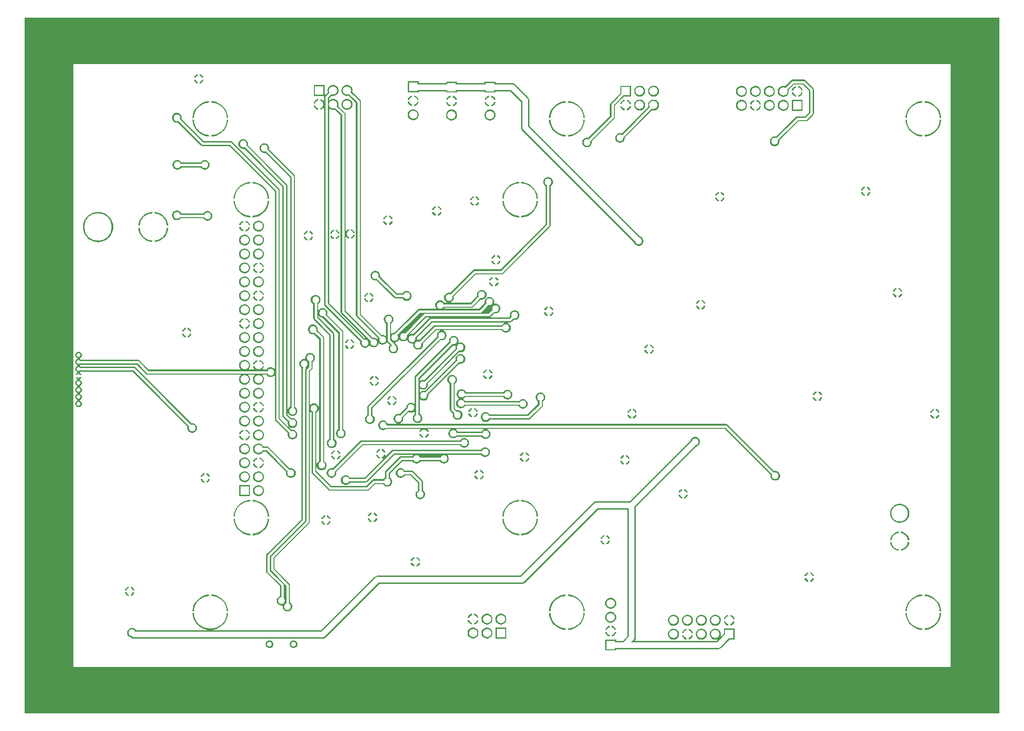
<source format=gbr>
%FSDAX33Y33*%
%MOMM*%
%SFA1B1*%

%IPPOS*%
%AMD1002*
%
%ADD61C,1.000001*%
%ADD63C,0.399999*%
%ADD64C,0.381000*%
%ADD65R,1.500000X1.500000*%
%ADD66C,1.500000*%
%ADD67C,5.000000*%
%ADD68C,0.700001*%
%ADD69C,6.000001*%
%ADD70C,2.999999*%
%ADD71C,0.900001*%
%ADD72C,1.270000*%
%LNfilm_bottom-1*%
%LPD*%
G36*
X177799Y126999D02*
X000000D01*
Y000000*
X177799*
Y126999*
G37*
%LNfilm_bottom-2*%
%LPC*%
G36*
X008900Y008512D02*
X168881D01*
Y118492*
X008900Y118492*
X008900Y008512*
G37*
%LNfilm_bottom-3*%
%LPD*%
G36*
X040141Y049301D02*
X040402Y049266D01*
X040645Y049165*
X040854Y049005*
X041014Y048796*
X041115Y048553*
X041149Y048292*
X041115Y048031*
X041014Y047788*
X040854Y047579*
X040645Y047418*
X040402Y047318*
X040141Y047283*
X039880Y047318*
X039636Y047418*
X039427Y047579*
X039267Y047788*
X039166Y048031*
X039132Y048292*
X039166Y048553*
X039267Y048796*
X039427Y049005*
X039636Y049165*
X039880Y049266*
X040141Y049301*
G37*
G36*
X042681D02*
X042942Y049266D01*
X043185Y049165*
X043394Y049005*
X043554Y048796*
X043573Y048751*
X044201*
X044376Y048716*
X044525Y048616*
X048375Y044766*
X048591Y044795*
X048822Y044764*
X049037Y044675*
X049222Y044533*
X049364Y044348*
X049453Y044133*
X049483Y043902*
X049453Y043671*
X049364Y043456*
X049222Y043271*
X049037Y043129*
X048822Y043040*
X048591Y043009*
X048360Y043040*
X048144Y043129*
X047960Y043271*
X047818Y043456*
X047728Y043671*
X047698Y043902*
X047726Y044117*
X044011Y047833*
X043573*
X043554Y047788*
X043394Y047579*
X043185Y047418*
X042942Y047318*
X042681Y047283*
X042420Y047318*
X042176Y047418*
X041967Y047579*
X041807Y047788*
X041706Y048031*
X041672Y048292*
X041706Y048553*
X041807Y048796*
X041967Y049005*
X042176Y049165*
X042420Y049266*
X042681Y049301*
G37*
G36*
X056991Y048072D02*
X057023Y048068D01*
X057239Y047978*
X057425Y047836*
X057567Y047650*
X057657Y047434*
X057661Y047402*
X056991*
Y048072*
G37*
G36*
X065191Y048272D02*
X065223Y048268D01*
X065439Y048178*
X065625Y048036*
X065767Y047850*
X065857Y047634*
X065861Y047602*
X065191*
Y048272*
G37*
G36*
X056591Y048072D02*
Y047402D01*
X055920*
X055925Y047434*
X056014Y047650*
X056157Y047836*
X056342Y047978*
X056559Y048068*
X056591Y048072*
G37*
G36*
X109291Y047172D02*
Y046502D01*
X108620*
X108625Y046534*
X108714Y046750*
X108857Y046936*
X109042Y047078*
X109259Y047168*
X109291Y047172*
G37*
G36*
X109691D02*
X109723Y047168D01*
X109939Y047078*
X110125Y046936*
X110267Y046750*
X110357Y046534*
X110361Y046502*
X109691*
Y047172*
G37*
G36*
X064120Y047202D02*
X064791D01*
Y046532*
X064759Y046536*
X064542Y046625*
X064357Y046768*
X064214Y046954*
X064125Y047170*
X064120Y047202*
G37*
G36*
X090991Y047672D02*
Y047002D01*
X090320*
X090325Y047034*
X090414Y047250*
X090557Y047436*
X090742Y047578*
X090959Y047668*
X090991Y047672*
G37*
G36*
X091391D02*
X091423Y047668D01*
X091639Y047578*
X091825Y047436*
X091967Y047250*
X092057Y047034*
X092061Y047002*
X091391*
Y047672*
G37*
G36*
X064791Y048272D02*
Y047602D01*
X064120*
X064125Y047634*
X064214Y047850*
X064357Y048036*
X064542Y048178*
X064759Y048268*
X064791Y048272*
G37*
G36*
X039941Y051818D02*
Y051032D01*
X039154*
X039163Y051094*
X039264Y051338*
X039425Y051548*
X039634Y051709*
X039879Y051810*
X039941Y051818*
G37*
G36*
X040341D02*
X040403Y051810D01*
X040647Y051709*
X040857Y051548*
X041018Y051338*
X041119Y051094*
X041127Y051032*
X040341*
Y051818*
G37*
G36*
X042681Y054381D02*
X042942Y054346D01*
X043185Y054245*
X043394Y054085*
X043554Y053876*
X043655Y053633*
X043689Y053372*
X043655Y053111*
X043554Y052868*
X043394Y052659*
X043185Y052498*
X042942Y052398*
X042681Y052363*
X042420Y052398*
X042176Y052498*
X041967Y052659*
X041807Y052868*
X041706Y053111*
X041672Y053372*
X041706Y053633*
X041807Y053876*
X041967Y054085*
X042176Y054245*
X042420Y054346*
X042681Y054381*
G37*
G36*
X094091Y058595D02*
X094322Y058564D01*
X094537Y058475*
X094722Y058333*
X094864Y058148*
X094953Y057933*
X094983Y057702*
X094953Y057471*
X094864Y057256*
X094722Y057071*
X094550Y056938*
Y056302*
X094515Y056126*
X094415Y055977*
X092215Y053777*
X092066Y053678*
X091891Y053643*
X084854*
X084722Y053471*
X084537Y053329*
X084322Y053240*
X084091Y053209*
X083860Y053240*
X083645Y053329*
X083460Y053471*
X083318Y053655*
X083229Y053871*
X083198Y054102*
X083229Y054333*
X083318Y054548*
X083460Y054733*
X083645Y054875*
X083860Y054964*
X084091Y054994*
X084322Y054964*
X084537Y054875*
X084722Y054733*
X084854Y054561*
X091700*
X093632Y056492*
Y056938*
X093460Y057071*
X093318Y057256*
X093228Y057471*
X093198Y057702*
X093228Y057933*
X093318Y058148*
X093460Y058333*
X093644Y058475*
X093860Y058564*
X094091Y058595*
G37*
G36*
X040141Y054381D02*
X040402Y054346D01*
X040645Y054245*
X040854Y054085*
X041014Y053876*
X041115Y053633*
X041149Y053372*
X041115Y053111*
X041014Y052868*
X040854Y052659*
X040645Y052498*
X040402Y052398*
X040141Y052363*
X039880Y052398*
X039636Y052498*
X039427Y052659*
X039267Y052868*
X039166Y053111*
X039132Y053372*
X039166Y053633*
X039267Y053876*
X039427Y054085*
X039636Y054245*
X039880Y054346*
X040141Y054381*
G37*
G36*
X040341Y050632D02*
X041127D01*
X041119Y050570*
X041018Y050326*
X040857Y050116*
X040647Y049955*
X040403Y049854*
X040341Y049846*
Y050632*
G37*
G36*
X042681Y051841D02*
X042942Y051806D01*
X043185Y051705*
X043394Y051545*
X043554Y051336*
X043655Y051093*
X043689Y050832*
X043655Y050571*
X043554Y050328*
X043394Y050119*
X043185Y049958*
X042942Y049858*
X042681Y049823*
X042420Y049858*
X042176Y049958*
X041967Y050119*
X041807Y050328*
X041706Y050571*
X041672Y050832*
X041706Y051093*
X041807Y051336*
X041967Y051545*
X042176Y051705*
X042420Y051806*
X042681Y051841*
G37*
G36*
X039154Y050632D02*
X039941D01*
Y049846*
X039879Y049854*
X039634Y049955*
X039425Y050116*
X039264Y050326*
X039163Y050570*
X039154Y050632*
G37*
G36*
X072020Y051002D02*
X072691D01*
Y050332*
X072659Y050336*
X072442Y050425*
X072257Y050568*
X072114Y050754*
X072025Y050970*
X072020Y051002*
G37*
G36*
X073091D02*
X073761D01*
X073757Y050970*
X073667Y050754*
X073525Y050568*
X073339Y050425*
X073123Y050336*
X073091Y050332*
Y051002*
G37*
G36*
X055920Y047002D02*
X056591D01*
Y046332*
X056559Y046336*
X056342Y046425*
X056157Y046568*
X056014Y046754*
X055925Y046970*
X055920Y047002*
G37*
G36*
X080191Y050295D02*
X080422Y050264D01*
X080637Y050175*
X080822Y050033*
X080964Y049848*
X081053Y049633*
X081083Y049402*
X081053Y049171*
X080964Y048956*
X080822Y048771*
X080637Y048629*
X080422Y048540*
X080191Y048509*
X079960Y048540*
X079744Y048629*
X079559Y048771*
X079427Y048943*
X061681*
X056855Y044117*
X056883Y043902*
X056853Y043671*
X056764Y043456*
X056622Y043271*
X056437Y043129*
X056222Y043040*
X055991Y043009*
X055760Y043040*
X055544Y043129*
X055360Y043271*
X055218Y043456*
X055128Y043671*
X055098Y043902*
X055128Y044133*
X055218Y044348*
X055360Y044533*
X055544Y044675*
X055760Y044764*
X055991Y044795*
X056206Y044766*
X061166Y049726*
X061315Y049826*
X061491Y049861*
X079427*
X079559Y050033*
X079744Y050175*
X079960Y050264*
X080191Y050295*
G37*
G36*
X068591Y044795D02*
X068822Y044764D01*
X069037Y044675*
X069222Y044533*
X069354Y044361*
X070591*
X070766Y044326*
X070915Y044226*
X072515Y042626*
X072615Y042477*
X072649Y042302*
Y040765*
X072822Y040633*
X072964Y040448*
X073053Y040233*
X073083Y040002*
X073053Y039771*
X072964Y039556*
X072822Y039371*
X072637Y039229*
X072422Y039140*
X072191Y039109*
X071960Y039140*
X071744Y039229*
X071560Y039371*
X071418Y039556*
X071328Y039771*
X071298Y040002*
X071328Y040233*
X071418Y040448*
X071560Y040633*
X071732Y040765*
Y042112*
X070401Y043443*
X069354*
X069222Y043271*
X069037Y043129*
X068822Y043040*
X068591Y043009*
X068360Y043040*
X068144Y043129*
X067959Y043271*
X067818Y043456*
X067728Y043671*
X067698Y043902*
X067728Y044133*
X067818Y044348*
X067959Y044533*
X068144Y044675*
X068360Y044764*
X068591Y044795*
G37*
G36*
X033191Y043872D02*
X033223Y043868D01*
X033439Y043778*
X033625Y043636*
X033767Y043450*
X033857Y043234*
X033861Y043202*
X033191*
Y043872*
G37*
G36*
X083091Y044472D02*
X083123Y044468D01*
X083339Y044378*
X083525Y044236*
X083667Y044050*
X083757Y043834*
X083761Y043802*
X083091*
Y044472*
G37*
G36*
X032791Y043872D02*
Y043202D01*
X032120*
X032125Y043234*
X032214Y043450*
X032357Y043636*
X032542Y043778*
X032759Y043868*
X032791Y043872*
G37*
G36*
X042681Y044221D02*
X042942Y044186D01*
X043185Y044085*
X043394Y043925*
X043554Y043716*
X043655Y043473*
X043689Y043212*
X043655Y042951*
X043554Y042708*
X043394Y042499*
X043185Y042338*
X042942Y042238*
X042681Y042203*
X042420Y042238*
X042176Y042338*
X041967Y042499*
X041807Y042708*
X041706Y042951*
X041672Y043212*
X041706Y043473*
X041807Y043716*
X041967Y043925*
X042176Y044085*
X042420Y044186*
X042681Y044221*
G37*
G36*
X032120Y042802D02*
X032791D01*
Y042132*
X032759Y042136*
X032542Y042225*
X032357Y042368*
X032214Y042554*
X032125Y042770*
X032120Y042802*
G37*
G36*
X040141Y044221D02*
X040402Y044186D01*
X040645Y044085*
X040854Y043925*
X041014Y043716*
X041115Y043473*
X041149Y043212*
X041115Y042951*
X041014Y042708*
X040854Y042499*
X040645Y042338*
X040402Y042238*
X040141Y042203*
X039880Y042238*
X039636Y042338*
X039427Y042499*
X039267Y042708*
X039166Y042951*
X039132Y043212*
X039166Y043473*
X039267Y043716*
X039427Y043925*
X039636Y044085*
X039880Y044186*
X040141Y044221*
G37*
G36*
X082020Y043402D02*
X082691D01*
Y042732*
X082659Y042736*
X082442Y042825*
X082257Y042968*
X082114Y043154*
X082025Y043370*
X082020Y043402*
G37*
G36*
X083091D02*
X083761D01*
X083757Y043370*
X083667Y043154*
X083525Y042968*
X083339Y042825*
X083123Y042736*
X083091Y042732*
Y043402*
G37*
G36*
X082691Y044472D02*
Y043802D01*
X082020*
X082025Y043834*
X082114Y044050*
X082257Y044236*
X082442Y044378*
X082659Y044468*
X082691Y044472*
G37*
G36*
X090320Y046602D02*
X090991D01*
Y045932*
X090959Y045936*
X090742Y046025*
X090557Y046168*
X090414Y046354*
X090325Y046570*
X090320Y046602*
G37*
G36*
X091391D02*
X092061D01*
X092057Y046570*
X091967Y046354*
X091825Y046168*
X091639Y046025*
X091423Y045936*
X091391Y045932*
Y046602*
G37*
G36*
X042881Y046738D02*
X042943Y046730D01*
X043187Y046629*
X043397Y046468*
X043558Y046258*
X043659Y046014*
X043667Y045952*
X042881*
Y046738*
G37*
G36*
X056991Y047002D02*
X057661D01*
X057657Y046970*
X057567Y046754*
X057425Y046568*
X057239Y046425*
X057023Y046336*
X056991Y046332*
Y047002*
G37*
G36*
X042481Y046738D02*
Y045952D01*
X041694*
X041703Y046014*
X041804Y046258*
X041965Y046468*
X042174Y046629*
X042419Y046730*
X042481Y046738*
G37*
G36*
X042881Y045552D02*
X043667D01*
X043659Y045490*
X043558Y045246*
X043397Y045036*
X043187Y044875*
X042943Y044774*
X042881Y044766*
Y045552*
G37*
G36*
X040141Y046761D02*
X040402Y046726D01*
X040645Y046625*
X040854Y046465*
X041014Y046256*
X041115Y046013*
X041149Y045752*
X041115Y045491*
X041014Y045248*
X040854Y045039*
X040645Y044878*
X040402Y044778*
X040141Y044743*
X039880Y044778*
X039636Y044878*
X039427Y045039*
X039267Y045248*
X039166Y045491*
X039132Y045752*
X039166Y046013*
X039267Y046256*
X039427Y046465*
X039636Y046625*
X039880Y046726*
X040141Y046761*
G37*
G36*
X041694Y045552D02*
X042481D01*
Y044766*
X042419Y044774*
X042174Y044875*
X041965Y045036*
X041804Y045246*
X041703Y045490*
X041694Y045552*
G37*
G36*
X108620Y046102D02*
X109291D01*
Y045432*
X109259Y045436*
X109042Y045525*
X108857Y045668*
X108714Y045854*
X108625Y046070*
X108620Y046102*
G37*
G36*
X109691D02*
X110361D01*
X110357Y046070*
X110267Y045854*
X110125Y045668*
X109939Y045525*
X109723Y045436*
X109691Y045432*
Y046102*
G37*
G36*
X144391Y058772D02*
Y058102D01*
X143720*
X143725Y058134*
X143814Y058350*
X143957Y058536*
X144142Y058678*
X144359Y058768*
X144391Y058772*
G37*
G36*
X144791D02*
X144823Y058768D01*
X145039Y058678*
X145225Y058536*
X145367Y058350*
X145457Y058134*
X145461Y058102*
X144791*
Y058772*
G37*
G36*
X079691Y059195D02*
X079922Y059164D01*
X080137Y059075*
X080322Y058933*
X080464Y058748*
X080500Y058661*
X087327*
X087459Y058833*
X087644Y058975*
X087860Y059064*
X088091Y059095*
X088322Y059064*
X088537Y058975*
X088722Y058833*
X088864Y058648*
X088953Y058433*
X088983Y058202*
X088953Y057971*
X088864Y057756*
X088722Y057571*
X088537Y057429*
X088322Y057340*
X088091Y057309*
X087860Y057340*
X087644Y057429*
X087459Y057571*
X087327Y057743*
X080377*
X080322Y057671*
X080137Y057529*
X080067Y057500*
X080053Y057442*
X080058Y057359*
X080222Y057233*
X080354Y057061*
X090204*
X090259Y057133*
X090444Y057275*
X090660Y057364*
X090891Y057395*
X091122Y057364*
X091337Y057275*
X091522Y057133*
X091664Y056948*
X091753Y056733*
X091783Y056502*
X091753Y056271*
X091664Y056056*
X091522Y055871*
X091337Y055729*
X091122Y055640*
X090891Y055609*
X090660Y055640*
X090444Y055729*
X090259Y055871*
X090118Y056056*
X090081Y056143*
X080354*
X080222Y055971*
X080037Y055829*
X079822Y055740*
X079591Y055709*
X079360Y055740*
X079144Y055829*
X078959Y055971*
X078818Y056156*
X078728Y056371*
X078698Y056602*
X078728Y056833*
X078818Y057048*
X078959Y057233*
X079144Y057375*
X079214Y057404*
X079228Y057462*
X079223Y057545*
X079059Y057671*
X078918Y057856*
X078828Y058071*
X078798Y058302*
X078828Y058533*
X078918Y058748*
X079059Y058933*
X079244Y059075*
X079460Y059164*
X079691Y059195*
G37*
G36*
X062920Y060502D02*
X063591D01*
Y059832*
X063559Y059836*
X063342Y059925*
X063157Y060068*
X063014Y060254*
X062925Y060470*
X062920Y060502*
G37*
G36*
X063991D02*
X064661D01*
X064657Y060470*
X064567Y060254*
X064425Y060068*
X064239Y059925*
X064023Y059836*
X063991Y059832*
Y060502*
G37*
G36*
X067191Y057972D02*
X067223Y057968D01*
X067439Y057878*
X067625Y057736*
X067767Y057550*
X067857Y057334*
X067861Y057302*
X067191*
Y057972*
G37*
G36*
X143720Y057702D02*
X144391D01*
Y057032*
X144359Y057036*
X144142Y057125*
X143957Y057268*
X143814Y057454*
X143725Y057670*
X143720Y057702*
G37*
G36*
X066791Y057972D02*
Y057302D01*
X066120*
X066125Y057334*
X066214Y057550*
X066357Y057736*
X066542Y057878*
X066759Y057968*
X066791Y057972*
G37*
G36*
X040141Y059461D02*
X040402Y059426D01*
X040645Y059325*
X040854Y059165*
X041014Y058956*
X041115Y058713*
X041149Y058452*
X041115Y058191*
X041014Y057948*
X040854Y057739*
X040645Y057578*
X040402Y057478*
X040141Y057443*
X039880Y057478*
X039636Y057578*
X039427Y057739*
X039267Y057948*
X039166Y058191*
X039132Y058452*
X039166Y058713*
X039267Y058956*
X039427Y059165*
X039636Y059325*
X039880Y059426*
X040141Y059461*
G37*
G36*
X042681D02*
X042942Y059426D01*
X043185Y059325*
X043394Y059165*
X043554Y058956*
X043655Y058713*
X043689Y058452*
X043655Y058191*
X043554Y057948*
X043394Y057739*
X043185Y057578*
X042942Y057478*
X042681Y057443*
X042420Y057478*
X042176Y057578*
X041967Y057739*
X041807Y057948*
X041706Y058191*
X041672Y058452*
X041706Y058713*
X041807Y058956*
X041967Y059165*
X042176Y059325*
X042420Y059426*
X042681Y059461*
G37*
G36*
X063991Y061572D02*
X064023Y061568D01*
X064239Y061478*
X064425Y061336*
X064567Y061150*
X064657Y060934*
X064661Y060902*
X063991*
Y061572*
G37*
G36*
X042481Y064518D02*
Y063732D01*
X041694*
X041703Y063794*
X041804Y064038*
X041965Y064248*
X042174Y064409*
X042419Y064510*
X042481Y064518*
G37*
G36*
X042881D02*
X042943Y064510D01*
X043187Y064409*
X043397Y064248*
X043558Y064038*
X043659Y063794*
X043667Y063732*
X042881*
Y064518*
G37*
G36*
X042681Y067081D02*
X042942Y067046D01*
X043185Y066945*
X043394Y066785*
X043554Y066576*
X043655Y066333*
X043689Y066072*
X043655Y065811*
X043554Y065568*
X043394Y065359*
X043185Y065198*
X042942Y065098*
X042681Y065063*
X042420Y065098*
X042176Y065198*
X041967Y065359*
X041807Y065568*
X041706Y065811*
X041672Y066072*
X041706Y066333*
X041807Y066576*
X041967Y066785*
X042176Y066945*
X042420Y067046*
X042681Y067081*
G37*
G36*
X114091Y066302D02*
X114761D01*
X114757Y066270*
X114667Y066054*
X114525Y065868*
X114339Y065725*
X114123Y065636*
X114091Y065632*
Y066302*
G37*
G36*
X040141Y067081D02*
X040402Y067046D01*
X040645Y066945*
X040854Y066785*
X041014Y066576*
X041115Y066333*
X041149Y066072*
X041115Y065811*
X041014Y065568*
X040854Y065359*
X040645Y065198*
X040402Y065098*
X040141Y065063*
X039880Y065098*
X039636Y065198*
X039427Y065359*
X039267Y065568*
X039166Y065811*
X039132Y066072*
X039166Y066333*
X039267Y066576*
X039427Y066785*
X039636Y066945*
X039880Y067046*
X040141Y067081*
G37*
G36*
X084691Y061702D02*
X085361D01*
X085357Y061670*
X085267Y061454*
X085125Y061268*
X084939Y061125*
X084723Y061036*
X084691Y061032*
Y061702*
G37*
G36*
X063591Y061572D02*
Y060902D01*
X062920*
X062925Y060934*
X063014Y061150*
X063157Y061336*
X063342Y061478*
X063559Y061568*
X063591Y061572*
G37*
G36*
X083620Y061702D02*
X084291D01*
Y061032*
X084259Y061036*
X084042Y061125*
X083857Y061268*
X083714Y061454*
X083625Y061670*
X083620Y061702*
G37*
G36*
X084291Y062772D02*
Y062102D01*
X083620*
X083625Y062134*
X083714Y062350*
X083857Y062536*
X084042Y062678*
X084259Y062768*
X084291Y062772*
G37*
G36*
X084691D02*
X084723Y062768D01*
X084939Y062678*
X085125Y062536*
X085267Y062350*
X085357Y062134*
X085361Y062102*
X084691*
Y062772*
G37*
G36*
X144791Y057702D02*
X145461D01*
X145457Y057670*
X145367Y057454*
X145225Y057268*
X145039Y057125*
X144823Y057036*
X144791Y057032*
Y057702*
G37*
G36*
X166191Y055572D02*
X166223Y055568D01*
X166439Y055478*
X166625Y055336*
X166767Y055150*
X166857Y054934*
X166861Y054902*
X166191*
Y055572*
G37*
G36*
X080920Y054702D02*
X081591D01*
Y054032*
X081559Y054036*
X081342Y054125*
X081157Y054268*
X081014Y054454*
X080925Y054670*
X080920Y054702*
G37*
G36*
X165791Y055572D02*
Y054902D01*
X165120*
X165125Y054934*
X165214Y055150*
X165357Y055336*
X165542Y055478*
X165759Y055568*
X165791Y055572*
G37*
G36*
X110591D02*
Y054902D01*
X109920*
X109925Y054934*
X110014Y055150*
X110157Y055336*
X110342Y055478*
X110559Y055568*
X110591Y055572*
G37*
G36*
X110991D02*
X111023Y055568D01*
X111239Y055478*
X111425Y055336*
X111567Y055150*
X111657Y054934*
X111661Y054902*
X110991*
Y055572*
G37*
G36*
X165120Y054502D02*
X165791D01*
Y053832*
X165759Y053836*
X165542Y053925*
X165357Y054068*
X165214Y054254*
X165125Y054470*
X165120Y054502*
G37*
G36*
X166191D02*
X166861D01*
X166857Y054470*
X166767Y054254*
X166625Y054068*
X166439Y053925*
X166223Y053836*
X166191Y053832*
Y054502*
G37*
G36*
X110991D02*
X111661D01*
X111657Y054470*
X111567Y054254*
X111425Y054068*
X111239Y053925*
X111023Y053836*
X110991Y053832*
Y054502*
G37*
G36*
X081991Y054702D02*
X082661D01*
X082657Y054670*
X082567Y054454*
X082425Y054268*
X082239Y054125*
X082023Y054036*
X081991Y054032*
Y054702*
G37*
G36*
X109920Y054502D02*
X110591D01*
Y053832*
X110559Y053836*
X110342Y053925*
X110157Y054068*
X110014Y054254*
X109925Y054470*
X109920Y054502*
G37*
G36*
X040141Y056921D02*
X040402Y056886D01*
X040645Y056785*
X040854Y056625*
X041014Y056416*
X041115Y056173*
X041149Y055912*
X041115Y055651*
X041014Y055408*
X040854Y055199*
X040645Y055038*
X040402Y054938*
X040141Y054903*
X039880Y054938*
X039636Y055038*
X039427Y055199*
X039267Y055408*
X039166Y055651*
X039132Y055912*
X039166Y056173*
X039267Y056416*
X039427Y056625*
X039636Y056785*
X039880Y056886*
X040141Y056921*
G37*
G36*
X042881Y056898D02*
X042943Y056890D01*
X043187Y056789*
X043397Y056628*
X043558Y056418*
X043659Y056174*
X043667Y056112*
X042881*
Y056898*
G37*
G36*
X009315Y061382D02*
X009891D01*
X010467*
X010460Y061346*
X010326Y061146*
X010126Y061013*
X010110Y061010*
Y060880*
X010125Y060877*
X010323Y060744*
X010456Y060546*
X010502Y060312*
X010456Y060078*
X010323Y059879*
X010125Y059747*
X010099Y059742*
Y059612*
X010125Y059607*
X010323Y059474*
X010456Y059276*
X010502Y059042*
X010456Y058808*
X010323Y058609*
X010125Y058477*
X010099Y058472*
Y058342*
X010125Y058337*
X010323Y058204*
X010456Y058006*
X010502Y057772*
X010456Y057538*
X010323Y057339*
X010125Y057207*
X010099Y057202*
Y057072*
X010125Y057067*
X010323Y056934*
X010456Y056736*
X010502Y056502*
X010456Y056268*
X010323Y056069*
X010125Y055937*
X009891Y055890*
X009657Y055937*
X009458Y056069*
X009325Y056268*
X009279Y056502*
X009325Y056736*
X009458Y056934*
X009657Y057067*
X009682Y057072*
Y057202*
X009657Y057207*
X009458Y057339*
X009325Y057538*
X009279Y057772*
X009325Y058006*
X009458Y058204*
X009657Y058337*
X009682Y058342*
Y058472*
X009657Y058477*
X009458Y058609*
X009325Y058808*
X009279Y059042*
X009325Y059276*
X009458Y059474*
X009657Y059607*
X009682Y059612*
Y059742*
X009657Y059747*
X009458Y059879*
X009325Y060078*
X009279Y060312*
X009325Y060546*
X009458Y060744*
X009657Y060877*
X009672Y060880*
Y061010*
X009655Y061013*
X009455Y061146*
X009322Y061346*
X009315Y061382*
G37*
G36*
X042481Y056898D02*
Y056112D01*
X041694*
X041703Y056174*
X041804Y056418*
X041965Y056628*
X042174Y056789*
X042419Y056890*
X042481Y056898*
G37*
G36*
X066120Y056902D02*
X066791D01*
Y056232*
X066759Y056236*
X066542Y056325*
X066357Y056468*
X066214Y056654*
X066125Y056870*
X066120Y056902*
G37*
G36*
X067191D02*
X067861D01*
X067857Y056870*
X067767Y056654*
X067625Y056468*
X067439Y056325*
X067223Y056236*
X067191Y056232*
Y056902*
G37*
G36*
X041694Y055712D02*
X042481D01*
Y054926*
X042419Y054934*
X042174Y055035*
X041965Y055196*
X041804Y055406*
X041703Y055650*
X041694Y055712*
G37*
G36*
X042881D02*
X043667D01*
X043659Y055650*
X043558Y055406*
X043397Y055196*
X043187Y055035*
X042943Y054934*
X042881Y054926*
Y055712*
G37*
G36*
X081991Y055772D02*
X082023Y055768D01*
X082239Y055678*
X082425Y055536*
X082567Y055350*
X082657Y055134*
X082661Y055102*
X081991*
Y055772*
G37*
G36*
X077991Y061795D02*
X078222Y061764D01*
X078437Y061675*
X078622Y061533*
X078764Y061348*
X078853Y061133*
X078883Y060902*
X078853Y060671*
X078764Y060456*
X078622Y060271*
X078450Y060138*
Y055692*
X078775Y055366*
X078991Y055395*
X079222Y055364*
X079437Y055275*
X079622Y055133*
X079764Y054948*
X079853Y054733*
X079883Y054502*
X079853Y054271*
X079764Y054056*
X079622Y053871*
X079437Y053729*
X079222Y053640*
X078991Y053609*
X078760Y053640*
X078544Y053729*
X078359Y053871*
X078218Y054056*
X078128Y054271*
X078098Y054502*
X078126Y054717*
X077666Y055177*
X077567Y055326*
X077532Y055502*
Y060138*
X077359Y060271*
X077218Y060456*
X077128Y060671*
X077098Y060902*
X077128Y061133*
X077218Y061348*
X077359Y061533*
X077544Y061675*
X077760Y061764*
X077991Y061795*
G37*
G36*
X081591Y055772D02*
Y055102D01*
X080920*
X080925Y055134*
X081014Y055350*
X081157Y055536*
X081342Y055678*
X081559Y055768*
X081591Y055772*
G37*
G36*
X081991Y017042D02*
X082777D01*
X082769Y016980*
X082668Y016736*
X082507Y016526*
X082297Y016365*
X082053Y016264*
X081991Y016256*
Y017042*
G37*
G36*
X084331Y018251D02*
X084592Y018216D01*
X084835Y018115*
X085044Y017955*
X085204Y017746*
X085305Y017503*
X085339Y017242*
X085305Y016981*
X085204Y016738*
X085044Y016529*
X084835Y016368*
X084592Y016268*
X084331Y016233*
X084070Y016268*
X083826Y016368*
X083617Y016529*
X083457Y016738*
X083356Y016981*
X083322Y017242*
X083356Y017503*
X083457Y017746*
X083617Y017955*
X083826Y018115*
X084070Y018216*
X084331Y018251*
G37*
G36*
X080804Y017042D02*
X081591D01*
Y016256*
X081529Y016264*
X081284Y016365*
X081075Y016526*
X080914Y016736*
X080813Y016980*
X080804Y017042*
G37*
G36*
X128711Y018028D02*
X128773Y018020D01*
X129017Y017919*
X129227Y017758*
X129388Y017548*
X129489Y017304*
X129497Y017242*
X128711*
Y018028*
G37*
G36*
X106891Y018611D02*
X107152Y018576D01*
X107395Y018475*
X107604Y018315*
X107764Y018106*
X107865Y017863*
X107899Y017602*
X107865Y017341*
X107764Y017098*
X107604Y016889*
X107395Y016728*
X107152Y016628*
X106891Y016593*
X106630Y016628*
X106386Y016728*
X106177Y016889*
X106017Y017098*
X105916Y017341*
X105882Y017602*
X105916Y017863*
X106017Y018106*
X106177Y018315*
X106386Y018475*
X106630Y018576*
X106891Y018611*
G37*
G36*
X118351Y018051D02*
X118612Y018016D01*
X118855Y017915*
X119064Y017755*
X119224Y017546*
X119325Y017303*
X119359Y017042*
X119325Y016781*
X119224Y016538*
X119064Y016329*
X118855Y016168*
X118612Y016068*
X118351Y016033*
X118090Y016068*
X117846Y016168*
X117637Y016329*
X117477Y016538*
X117376Y016781*
X117342Y017042*
X117376Y017303*
X117477Y017546*
X117637Y017755*
X117846Y017915*
X118090Y018016*
X118351Y018051*
G37*
G36*
X120891D02*
X121152Y018016D01*
X121395Y017915*
X121604Y017755*
X121764Y017546*
X121865Y017303*
X121899Y017042*
X121865Y016781*
X121764Y016538*
X121604Y016329*
X121395Y016168*
X121152Y016068*
X120891Y016033*
X120630Y016068*
X120386Y016168*
X120177Y016329*
X120017Y016538*
X119916Y016781*
X119882Y017042*
X119916Y017303*
X120017Y017546*
X120177Y017755*
X120386Y017915*
X120630Y018016*
X120891Y018051*
G37*
G36*
X127524Y016842D02*
X128311D01*
Y016056*
X128249Y016064*
X128004Y016165*
X127795Y016326*
X127634Y016536*
X127533Y016780*
X127524Y016842*
G37*
G36*
X086871Y018251D02*
X087132Y018216D01*
X087375Y018115*
X087584Y017955*
X087744Y017746*
X087845Y017503*
X087879Y017242*
X087845Y016981*
X087744Y016738*
X087584Y016529*
X087375Y016368*
X087132Y016268*
X086871Y016233*
X086610Y016268*
X086366Y016368*
X086157Y016529*
X085997Y016738*
X085896Y016981*
X085862Y017242*
X085896Y017503*
X085997Y017746*
X086157Y017955*
X086366Y018115*
X086610Y018216*
X086871Y018251*
G37*
G36*
X128711Y016842D02*
X129497D01*
X129489Y016780*
X129388Y016536*
X129227Y016326*
X129017Y016165*
X128773Y016064*
X128711Y016056*
Y016842*
G37*
G36*
X128311Y018028D02*
Y017242D01*
X127524*
X127533Y017304*
X127634Y017548*
X127795Y017758*
X128004Y017919*
X128249Y018020*
X128311Y018028*
G37*
G36*
X034091Y021750D02*
X034401Y021726D01*
X034899Y021606*
X035373Y021410*
X035809Y021143*
X036199Y020810*
X036531Y020420*
X036799Y019984*
X036995Y019511*
X037115Y019012*
X037139Y018702*
X034091*
Y021750*
G37*
G36*
X098691D02*
Y018702D01*
X095642*
X095667Y019012*
X095786Y019511*
X095982Y019984*
X096250Y020420*
X096583Y020810*
X096972Y021143*
X097409Y021410*
X097882Y021606*
X098380Y021726*
X098691Y021750*
G37*
G36*
X033691D02*
Y018702D01*
X030642*
X030667Y019012*
X030786Y019511*
X030982Y019984*
X031250Y020420*
X031583Y020810*
X031972Y021143*
X032409Y021410*
X032882Y021606*
X033380Y021726*
X033691Y021750*
G37*
G36*
X019391Y022102D02*
X020061D01*
X020057Y022070*
X019967Y021854*
X019825Y021668*
X019639Y021525*
X019423Y021436*
X019391Y021432*
Y022102*
G37*
G36*
X106891Y021151D02*
X107152Y021116D01*
X107395Y021015*
X107604Y020855*
X107764Y020646*
X107865Y020403*
X107899Y020142*
X107865Y019881*
X107764Y019638*
X107604Y019429*
X107395Y019268*
X107152Y019168*
X106891Y019133*
X106630Y019168*
X106386Y019268*
X106177Y019429*
X106017Y019638*
X105916Y019881*
X105882Y020142*
X105916Y020403*
X106017Y020646*
X106177Y020855*
X106386Y021015*
X106630Y021116*
X106891Y021151*
G37*
G36*
X081591Y018228D02*
Y017442D01*
X080804*
X080813Y017504*
X080914Y017748*
X081075Y017958*
X081284Y018119*
X081529Y018220*
X081591Y018228*
G37*
G36*
X081991D02*
X082053Y018220D01*
X082297Y018119*
X082507Y017958*
X082668Y017748*
X082769Y017504*
X082777Y017442*
X081991*
Y018228*
G37*
G36*
X164091Y021750D02*
X164401Y021726D01*
X164899Y021606*
X165373Y021410*
X165809Y021143*
X166199Y020810*
X166531Y020420*
X166799Y019984*
X166995Y019511*
X167115Y019012*
X167139Y018702*
X164091*
Y021750*
G37*
G36*
X099091D02*
X099401Y021726D01*
X099899Y021606*
X100373Y021410*
X100809Y021143*
X101199Y020810*
X101531Y020420*
X101799Y019984*
X101995Y019511*
X102115Y019012*
X102139Y018702*
X099091*
Y021750*
G37*
G36*
X163691D02*
Y018702D01*
X160642*
X160667Y019012*
X160786Y019511*
X160982Y019984*
X161250Y020420*
X161583Y020810*
X161972Y021143*
X162409Y021410*
X162882Y021606*
X163380Y021726*
X163691Y021750*
G37*
G36*
X123431Y018051D02*
X123692Y018016D01*
X123935Y017915*
X124144Y017755*
X124304Y017546*
X124405Y017303*
X124439Y017042*
X124405Y016781*
X124304Y016538*
X124144Y016329*
X123935Y016168*
X123692Y016068*
X123431Y016033*
X123170Y016068*
X122926Y016168*
X122717Y016329*
X122557Y016538*
X122456Y016781*
X122422Y017042*
X122456Y017303*
X122557Y017546*
X122717Y017755*
X122926Y017915*
X123170Y018016*
X123431Y018051*
G37*
G36*
X122291Y050495D02*
X122522Y050464D01*
X122737Y050375*
X122922Y050233*
X123064Y050048*
X123153Y049833*
X123183Y049602*
X123153Y049371*
X123064Y049156*
X122922Y048971*
X122737Y048829*
X122522Y048740*
X122495Y048736*
X111447Y037689*
Y013802*
X111421Y013606*
X111346Y013424*
X111322Y013392*
X111378Y013278*
X126217*
X126398Y013459*
X126326Y013567*
X126232Y013528*
X125971Y013493*
X125710Y013528*
X125466Y013628*
X125257Y013789*
X125097Y013998*
X124996Y014241*
X124962Y014502*
X124996Y014763*
X125097Y015006*
X125257Y015215*
X125466Y015375*
X125710Y015476*
X125971Y015511*
X126232Y015476*
X126475Y015375*
X126684Y015215*
X126844Y015006*
X126945Y014763*
X126979Y014502*
X126945Y014241*
X126906Y014146*
X127014Y014075*
X127511Y014572*
Y015502*
X129511*
Y013502*
X128580*
X127066Y011987*
X127066Y011987*
X126909Y011867*
X126726Y011791*
X126531Y011765*
X126531*
X109411*
X109411*
X109411*
X107891*
Y011522*
X105891*
Y013522*
X107891*
Y013278*
X109097*
X109934Y014115*
Y037245*
X104604*
X091226Y023867*
X091069Y023747*
X090886Y023671*
X090691Y023645*
X090691*
X064704*
X054926Y013867*
X054769Y013747*
X054586Y013671*
X054391Y013645*
X019991*
X019795Y013671*
X019612Y013747*
X019456Y013867*
X019437Y013886*
X019410Y013890*
X019194Y013979*
X019009Y014121*
X018868Y014306*
X018778Y014521*
X018748Y014752*
X018778Y014983*
X018868Y015198*
X019009Y015383*
X019194Y015525*
X019410Y015614*
X019641Y015645*
X019872Y015614*
X020087Y015525*
X020272Y015383*
X020414Y015198*
X020430Y015158*
X033334*
X033349Y015285*
X032882Y015398*
X032409Y015594*
X031972Y015861*
X031583Y016194*
X031250Y016583*
X030982Y017020*
X030786Y017493*
X030667Y017991*
X030642Y018302*
X037139*
X037115Y017991*
X036995Y017493*
X036799Y017020*
X036531Y016583*
X036199Y016194*
X035809Y015861*
X035373Y015594*
X034899Y015398*
X034432Y015285*
X034447Y015158*
X054077*
X063856Y024937*
X064012Y025057*
X064195Y025133*
X064391Y025158*
X090377*
X103756Y038537*
X103912Y038657*
X104095Y038733*
X104291Y038758*
X110377*
X121425Y049806*
X121428Y049833*
X121518Y050048*
X121660Y050233*
X121844Y050375*
X122060Y050464*
X122291Y050495*
G37*
G36*
X121091Y014302D02*
X121877D01*
X121869Y014240*
X121768Y013996*
X121607Y013786*
X121397Y013625*
X121153Y013524*
X121091Y013516*
Y014302*
G37*
G36*
X084331Y015711D02*
X084592Y015676D01*
X084835Y015575*
X085044Y015415*
X085204Y015206*
X085305Y014963*
X085339Y014702*
X085305Y014441*
X085204Y014198*
X085044Y013989*
X084835Y013828*
X084592Y013728*
X084331Y013693*
X084070Y013728*
X083826Y013828*
X083617Y013989*
X083457Y014198*
X083356Y014441*
X083322Y014702*
X083356Y014963*
X083457Y015206*
X083617Y015415*
X083826Y015575*
X084070Y015676*
X084331Y015711*
G37*
G36*
X085871Y015702D02*
X087871D01*
Y013702*
X085871*
Y015702*
G37*
G36*
X081791Y015711D02*
X082052Y015676D01*
X082295Y015575*
X082504Y015415*
X082664Y015206*
X082765Y014963*
X082799Y014702*
X082765Y014441*
X082664Y014198*
X082504Y013989*
X082295Y013828*
X082052Y013728*
X081791Y013693*
X081530Y013728*
X081286Y013828*
X081077Y013989*
X080917Y014198*
X080816Y014441*
X080782Y014702*
X080816Y014963*
X080917Y015206*
X081077Y015415*
X081286Y015575*
X081530Y015676*
X081791Y015711*
G37*
G36*
X044691Y013358D02*
X044873Y013334D01*
X045044Y013263*
X045190Y013151*
X045302Y013005*
X045373Y012835*
X045397Y012652*
X045373Y012469*
X045302Y012299*
X045190Y012153*
X045044Y012040*
X044873Y011970*
X044691Y011946*
X044508Y011970*
X044338Y012040*
X044191Y012153*
X044079Y012299*
X044009Y012469*
X043985Y012652*
X044009Y012835*
X044079Y013005*
X044191Y013151*
X044338Y013263*
X044508Y013334*
X044691Y013358*
G37*
G36*
X049091D02*
X049273Y013334D01*
X049444Y013263*
X049590Y013151*
X049702Y013005*
X049773Y012835*
X049797Y012652*
X049773Y012469*
X049702Y012299*
X049590Y012153*
X049444Y012040*
X049273Y011970*
X049091Y011946*
X048908Y011970*
X048738Y012040*
X048591Y012153*
X048479Y012299*
X048409Y012469*
X048385Y012652*
X048409Y012835*
X048479Y013005*
X048591Y013151*
X048738Y013263*
X048908Y013334*
X049091Y013358*
G37*
G36*
X123431Y015511D02*
X123692Y015476D01*
X123935Y015375*
X124144Y015215*
X124304Y015006*
X124405Y014763*
X124439Y014502*
X124405Y014241*
X124304Y013998*
X124144Y013789*
X123935Y013628*
X123692Y013528*
X123431Y013493*
X123170Y013528*
X122926Y013628*
X122717Y013789*
X122557Y013998*
X122456Y014241*
X122422Y014502*
X122456Y014763*
X122557Y015006*
X122717Y015215*
X122926Y015375*
X123170Y015476*
X123431Y015511*
G37*
G36*
X119904Y014302D02*
X120691D01*
Y013516*
X120629Y013524*
X120384Y013625*
X120175Y013786*
X120014Y013996*
X119913Y014240*
X119904Y014302*
G37*
G36*
X118351Y015511D02*
X118612Y015476D01*
X118855Y015375*
X119064Y015215*
X119224Y015006*
X119325Y014763*
X119359Y014502*
X119325Y014241*
X119224Y013998*
X119064Y013789*
X118855Y013628*
X118612Y013528*
X118351Y013493*
X118090Y013528*
X117846Y013628*
X117637Y013789*
X117477Y013998*
X117376Y014241*
X117342Y014502*
X117376Y014763*
X117477Y015006*
X117637Y015215*
X117846Y015375*
X118090Y015476*
X118351Y015511*
G37*
G36*
X105904Y014862D02*
X106691D01*
Y014076*
X106629Y014084*
X106384Y014185*
X106175Y014346*
X106014Y014556*
X105913Y014800*
X105904Y014862*
G37*
G36*
X095642Y018302D02*
X098691D01*
Y015254*
X098380Y015278*
X097882Y015398*
X097409Y015594*
X096972Y015861*
X096583Y016194*
X096250Y016583*
X095982Y017020*
X095786Y017493*
X095667Y017991*
X095642Y018302*
G37*
G36*
X099091D02*
X102139D01*
X102115Y017991*
X101995Y017493*
X101799Y017020*
X101531Y016583*
X101199Y016194*
X100809Y015861*
X100373Y015594*
X099899Y015398*
X099401Y015278*
X099091Y015254*
Y018302*
G37*
G36*
X107091Y016048D02*
X107153Y016040D01*
X107397Y015939*
X107607Y015778*
X107768Y015568*
X107869Y015324*
X107877Y015262*
X107091*
Y016048*
G37*
G36*
X125971Y018051D02*
X126232Y018016D01*
X126475Y017915*
X126684Y017755*
X126844Y017546*
X126945Y017303*
X126979Y017042*
X126945Y016781*
X126844Y016538*
X126684Y016329*
X126475Y016168*
X126232Y016068*
X125971Y016033*
X125710Y016068*
X125466Y016168*
X125257Y016329*
X125097Y016538*
X124996Y016781*
X124962Y017042*
X124996Y017303*
X125097Y017546*
X125257Y017755*
X125466Y017915*
X125710Y018016*
X125971Y018051*
G37*
G36*
X106691Y016048D02*
Y015262D01*
X105904*
X105913Y015324*
X106014Y015568*
X106175Y015778*
X106384Y015939*
X106629Y016040*
X106691Y016048*
G37*
G36*
X121091Y015488D02*
X121153Y015480D01*
X121397Y015379*
X121607Y015218*
X121768Y015008*
X121869Y014764*
X121877Y014702*
X121091*
Y015488*
G37*
G36*
X107091Y014862D02*
X107877D01*
X107869Y014800*
X107768Y014556*
X107607Y014346*
X107397Y014185*
X107153Y014084*
X107091Y014076*
Y014862*
G37*
G36*
X120691Y015488D02*
Y014702D01*
X119904*
X119913Y014764*
X120014Y015008*
X120175Y015218*
X120384Y015379*
X120629Y015480*
X120691Y015488*
G37*
G36*
X160642Y018302D02*
X163691D01*
Y015254*
X163380Y015278*
X162882Y015398*
X162409Y015594*
X161972Y015861*
X161583Y016194*
X161250Y016583*
X160982Y017020*
X160786Y017493*
X160667Y017991*
X160642Y018302*
G37*
G36*
X164091D02*
X167139D01*
X167115Y017991*
X166995Y017493*
X166799Y017020*
X166531Y016583*
X166199Y016194*
X165809Y015861*
X165373Y015594*
X164899Y015398*
X164401Y015278*
X164091Y015254*
Y018302*
G37*
G36*
X055191Y036172D02*
X055223Y036168D01*
X055439Y036078*
X055625Y035936*
X055767Y035750*
X055857Y035534*
X055861Y035502*
X055191*
Y036172*
G37*
G36*
X062620Y035602D02*
X063291D01*
Y034932*
X063259Y034936*
X063042Y035025*
X062857Y035168*
X062714Y035354*
X062625Y035570*
X062620Y035602*
G37*
G36*
X054791Y036172D02*
Y035502D01*
X054120*
X054125Y035534*
X054214Y035750*
X054357Y035936*
X054542Y036078*
X054759Y036168*
X054791Y036172*
G37*
G36*
X090191Y039000D02*
Y035952D01*
X087142*
X087167Y036262*
X087286Y036761*
X087482Y037234*
X087750Y037670*
X088083Y038060*
X088472Y038393*
X088909Y038660*
X089382Y038856*
X089880Y038976*
X090191Y039000*
G37*
G36*
X090591D02*
X090901Y038976D01*
X091399Y038856*
X091873Y038660*
X092309Y038393*
X092699Y038060*
X093031Y037670*
X093299Y037234*
X093495Y036761*
X093615Y036262*
X093639Y035952*
X090591*
Y039000*
G37*
G36*
X055191Y035102D02*
X055861D01*
X055857Y035070*
X055767Y034854*
X055625Y034668*
X055439Y034525*
X055223Y034436*
X055191Y034432*
Y035102*
G37*
G36*
X038142Y035552D02*
X041191D01*
Y032504*
X040880Y032528*
X040382Y032648*
X039909Y032844*
X039472Y033111*
X039083Y033444*
X038750Y033833*
X038482Y034270*
X038286Y034743*
X038167Y035241*
X038142Y035552*
G37*
G36*
X054120Y035102D02*
X054791D01*
Y034432*
X054759Y034436*
X054542Y034525*
X054357Y034668*
X054214Y034854*
X054125Y035070*
X054120Y035102*
G37*
G36*
X063691Y035602D02*
X064361D01*
X064357Y035570*
X064267Y035354*
X064125Y035168*
X063939Y035025*
X063723Y034936*
X063691Y034932*
Y035602*
G37*
G36*
X159591Y038300D02*
X159934Y038267D01*
X160264Y038167*
X160568Y038004*
X160834Y037785*
X161053Y037519*
X161215Y037215*
X161315Y036885*
X161349Y036542*
X161315Y036199*
X161215Y035869*
X161053Y035565*
X160834Y035298*
X160568Y035080*
X160264Y034917*
X159934Y034817*
X159591Y034783*
X159248Y034817*
X158918Y034917*
X158614Y035080*
X158347Y035298*
X158129Y035565*
X157966Y035869*
X157866Y036199*
X157832Y036542*
X157866Y036885*
X157966Y037215*
X158129Y037519*
X158347Y037785*
X158614Y038004*
X158918Y038167*
X159248Y038267*
X159591Y038300*
G37*
G36*
X041591Y039000D02*
X041901Y038976D01*
X042399Y038856*
X042873Y038660*
X043309Y038393*
X043699Y038060*
X044031Y037670*
X044299Y037234*
X044495Y036761*
X044615Y036262*
X044639Y035952*
X041591*
Y039000*
G37*
G36*
X039141Y041672D02*
X041141D01*
Y039672*
X039141*
Y041672*
G37*
G36*
X042681Y041681D02*
X042942Y041646D01*
X043185Y041545*
X043394Y041385*
X043554Y041176*
X043655Y040933*
X043689Y040672*
X043655Y040411*
X043554Y040168*
X043394Y039959*
X043185Y039798*
X042942Y039698*
X042681Y039663*
X042420Y039698*
X042176Y039798*
X041967Y039959*
X041807Y040168*
X041706Y040411*
X041672Y040672*
X041706Y040933*
X041807Y041176*
X041967Y041385*
X042176Y041545*
X042420Y041646*
X042681Y041681*
G37*
G36*
X120291Y040972D02*
X120323Y040968D01*
X120539Y040878*
X120725Y040736*
X120867Y040550*
X120957Y040334*
X120961Y040302*
X120291*
Y040972*
G37*
G36*
X033191Y042802D02*
X033861D01*
X033857Y042770*
X033767Y042554*
X033625Y042368*
X033439Y042225*
X033223Y042136*
X033191Y042132*
Y042802*
G37*
G36*
X119891Y040972D02*
Y040302D01*
X119220*
X119225Y040334*
X119314Y040550*
X119457Y040736*
X119642Y040878*
X119859Y040968*
X119891Y040972*
G37*
G36*
X063691Y036672D02*
X063723Y036668D01*
X063939Y036578*
X064125Y036436*
X064267Y036250*
X064357Y036034*
X064361Y036002*
X063691*
Y036672*
G37*
G36*
X041191Y039000D02*
Y035952D01*
X038142*
X038167Y036262*
X038286Y036761*
X038482Y037234*
X038750Y037670*
X039083Y038060*
X039472Y038393*
X039909Y038660*
X040382Y038856*
X040880Y038976*
X041191Y039000*
G37*
G36*
X063291Y036672D02*
Y036002D01*
X062620*
X062625Y036034*
X062714Y036250*
X062857Y036436*
X063042Y036578*
X063259Y036668*
X063291Y036672*
G37*
G36*
X119220Y039902D02*
X119891D01*
Y039232*
X119859Y039236*
X119642Y039325*
X119457Y039468*
X119314Y039654*
X119225Y039870*
X119220Y039902*
G37*
G36*
X120291D02*
X120961D01*
X120957Y039870*
X120867Y039654*
X120725Y039468*
X120539Y039325*
X120323Y039236*
X120291Y039232*
Y039902*
G37*
G36*
X041591Y035552D02*
X044639D01*
X044615Y035241*
X044495Y034743*
X044299Y034270*
X044031Y033833*
X043699Y033444*
X043309Y033111*
X042873Y032844*
X042399Y032648*
X041901Y032528*
X041591Y032504*
Y035552*
G37*
G36*
X142891Y025772D02*
Y025102D01*
X142220*
X142225Y025134*
X142314Y025350*
X142457Y025536*
X142642Y025678*
X142859Y025768*
X142891Y025772*
G37*
G36*
X143291D02*
X143323Y025768D01*
X143539Y025678*
X143725Y025536*
X143867Y025350*
X143957Y025134*
X143961Y025102*
X143291*
Y025772*
G37*
G36*
X071491Y027502D02*
X072161D01*
X072157Y027470*
X072067Y027254*
X071925Y027068*
X071739Y026925*
X071523Y026836*
X071491Y026832*
Y027502*
G37*
G36*
Y028572D02*
X071523Y028568D01*
X071739Y028478*
X071925Y028336*
X072067Y028150*
X072157Y027934*
X072161Y027902*
X071491*
Y028572*
G37*
G36*
X070420Y027502D02*
X071091D01*
Y026832*
X071059Y026836*
X070842Y026925*
X070657Y027068*
X070514Y027254*
X070425Y027470*
X070420Y027502*
G37*
G36*
X019391Y023172D02*
X019423Y023168D01*
X019639Y023078*
X019825Y022936*
X019967Y022750*
X020057Y022534*
X020061Y022502*
X019391*
Y023172*
G37*
G36*
X018320Y022102D02*
X018991D01*
Y021432*
X018959Y021436*
X018742Y021525*
X018557Y021668*
X018414Y021854*
X018325Y022070*
X018320Y022102*
G37*
G36*
X018991Y023172D02*
Y022502D01*
X018320*
X018325Y022534*
X018414Y022750*
X018557Y022936*
X018742Y023078*
X018959Y023168*
X018991Y023172*
G37*
G36*
X142220Y024702D02*
X142891D01*
Y024032*
X142859Y024036*
X142642Y024125*
X142457Y024268*
X142314Y024454*
X142225Y024670*
X142220Y024702*
G37*
G36*
X143291D02*
X143961D01*
X143957Y024670*
X143867Y024454*
X143725Y024268*
X143539Y024125*
X143323Y024036*
X143291Y024032*
Y024702*
G37*
G36*
X071091Y028572D02*
Y027902D01*
X070420*
X070425Y027934*
X070514Y028150*
X070657Y028336*
X070842Y028478*
X071059Y028568*
X071091Y028572*
G37*
G36*
X106091Y032572D02*
X106123Y032568D01*
X106339Y032478*
X106525Y032336*
X106667Y032150*
X106757Y031934*
X106761Y031902*
X106091*
Y032572*
G37*
G36*
X159391Y033205D02*
Y031662D01*
X157848*
X157862Y031806*
X157962Y032136*
X158125Y032441*
X158344Y032708*
X158612Y032927*
X158916Y033090*
X159247Y033191*
X159391Y033205*
G37*
G36*
X105691Y032572D02*
Y031902D01*
X105020*
X105025Y031934*
X105114Y032150*
X105257Y032336*
X105442Y032478*
X105659Y032568*
X105691Y032572*
G37*
G36*
X087142Y035552D02*
X090191D01*
Y032504*
X089880Y032528*
X089382Y032648*
X088909Y032844*
X088472Y033111*
X088083Y033444*
X087750Y033833*
X087482Y034270*
X087286Y034743*
X087167Y035241*
X087142Y035552*
G37*
G36*
X090591D02*
X093639D01*
X093615Y035241*
X093495Y034743*
X093299Y034270*
X093031Y033833*
X092699Y033444*
X092309Y033111*
X091873Y032844*
X091399Y032648*
X090901Y032528*
X090591Y032504*
Y035552*
G37*
G36*
X157848Y031262D02*
X159391D01*
Y029719*
X159247Y029733*
X158916Y029834*
X158612Y029996*
X158344Y030216*
X158125Y030483*
X157962Y030787*
X157862Y031118*
X157848Y031262*
G37*
G36*
X159791D02*
X161333D01*
X161319Y031118*
X161219Y030787*
X161056Y030483*
X160837Y030216*
X160570Y029996*
X160265Y029834*
X159935Y029733*
X159791Y029719*
Y031262*
G37*
G36*
X106091Y031502D02*
X106761D01*
X106757Y031470*
X106667Y031254*
X106525Y031068*
X106339Y030925*
X106123Y030836*
X106091Y030832*
Y031502*
G37*
G36*
X159791Y033205D02*
X159935Y033191D01*
X160265Y033090*
X160570Y032927*
X160837Y032708*
X161056Y032441*
X161219Y032136*
X161319Y031806*
X161333Y031662*
X159791*
Y033205*
G37*
G36*
X105020Y031502D02*
X105691D01*
Y030832*
X105659Y030836*
X105442Y030925*
X105257Y031068*
X105114Y031254*
X105025Y031470*
X105020Y031502*
G37*
G36*
X099091Y108302D02*
X102139D01*
X102115Y107991*
X101995Y107493*
X101799Y107020*
X101531Y106583*
X101199Y106194*
X100809Y105861*
X100373Y105594*
X099899Y105398*
X099401Y105278*
X099091Y105254*
Y108302*
G37*
G36*
X160642D02*
X163691D01*
Y105254*
X163380Y105278*
X162882Y105398*
X162409Y105594*
X161972Y105861*
X161583Y106194*
X161250Y106583*
X160982Y107020*
X160786Y107493*
X160667Y107991*
X160642Y108302*
G37*
G36*
X095642D02*
X098691D01*
Y105254*
X098380Y105278*
X097882Y105398*
X097409Y105594*
X096972Y105861*
X096583Y106194*
X096250Y106583*
X095982Y107020*
X095786Y107493*
X095667Y107991*
X095642Y108302*
G37*
G36*
X030642D02*
X033691D01*
Y105254*
X033380Y105278*
X032882Y105398*
X032409Y105594*
X031972Y105861*
X031583Y106194*
X031250Y106583*
X030982Y107020*
X030786Y107493*
X030667Y107991*
X030642Y108302*
G37*
G36*
X034091D02*
X037139D01*
X037115Y107991*
X036995Y107493*
X036799Y107020*
X036531Y106583*
X036199Y106194*
X035809Y105861*
X035373Y105594*
X034899Y105398*
X034401Y105278*
X034091Y105254*
Y108302*
G37*
G36*
X027891Y100995D02*
X028122Y100964D01*
X028337Y100875*
X028522Y100733*
X028654Y100561*
X032127*
X032260Y100733*
X032444Y100875*
X032660Y100964*
X032891Y100995*
X033122Y100964*
X033337Y100875*
X033522Y100733*
X033664Y100548*
X033753Y100333*
X033783Y100102*
X033753Y099871*
X033664Y099656*
X033522Y099471*
X033337Y099329*
X033122Y099240*
X032891Y099209*
X032660Y099240*
X032444Y099329*
X032260Y099471*
X032127Y099643*
X028654*
X028522Y099471*
X028337Y099329*
X028122Y099240*
X027891Y099209*
X027660Y099240*
X027444Y099329*
X027259Y099471*
X027118Y099656*
X027028Y099871*
X026998Y100102*
X027028Y100333*
X027118Y100548*
X027259Y100733*
X027444Y100875*
X027660Y100964*
X027891Y100995*
G37*
G36*
X153191Y096172D02*
Y095502D01*
X152520*
X152525Y095534*
X152614Y095750*
X152757Y095936*
X152942Y096078*
X153159Y096168*
X153191Y096172*
G37*
G36*
X108641Y114542D02*
X110641D01*
Y112542*
X109290*
X107650Y110902*
Y108802*
X107615Y108626*
X107515Y108477*
X103455Y104417*
X103483Y104202*
X103453Y103971*
X103364Y103756*
X103222Y103571*
X103037Y103429*
X102822Y103340*
X102591Y103309*
X102360Y103340*
X102144Y103429*
X101959Y103571*
X101818Y103756*
X101728Y103971*
X101698Y104202*
X101728Y104433*
X101818Y104648*
X101959Y104833*
X102144Y104975*
X102360Y105064*
X102591Y105095*
X102806Y105066*
X106732Y108992*
Y111092*
X106767Y111267*
X106866Y111416*
X108641Y113191*
Y114542*
G37*
G36*
X164091Y108302D02*
X167139D01*
X167115Y107991*
X166995Y107493*
X166799Y107020*
X166531Y106583*
X166199Y106194*
X165809Y105861*
X165373Y105594*
X164899Y105398*
X164401Y105278*
X164091Y105254*
Y108302*
G37*
G36*
X114721Y112011D02*
X114982Y111976D01*
X115225Y111875*
X115434Y111715*
X115594Y111506*
X115695Y111263*
X115729Y111002*
X115695Y110741*
X115594Y110498*
X115434Y110289*
X115225Y110128*
X114982Y110028*
X114721Y109993*
X114460Y110028*
X114414Y110046*
X109470Y105102*
X109483Y105002*
X109453Y104771*
X109364Y104556*
X109222Y104371*
X109037Y104229*
X108822Y104140*
X108591Y104109*
X108360Y104140*
X108144Y104229*
X107960Y104371*
X107818Y104556*
X107728Y104771*
X107698Y105002*
X107728Y105233*
X107818Y105448*
X107960Y105633*
X108144Y105775*
X108360Y105864*
X108591Y105895*
X108822Y105864*
X108901Y105831*
X113765Y110695*
X113746Y110741*
X113712Y111002*
X113746Y111263*
X113847Y111506*
X114007Y111715*
X114216Y111875*
X114460Y111976*
X114721Y112011*
G37*
G36*
X027791Y109595D02*
X028022Y109564D01*
X028237Y109475*
X028422Y109333*
X028564Y109148*
X028653Y108933*
X028683Y108702*
X028655Y108486*
X032681Y104461*
X037591*
X037766Y104426*
X037915Y104326*
X046430Y095811*
X046530Y095662*
X046565Y095487*
Y053911*
X048080Y052395*
X048176Y052479*
X048118Y052556*
X048028Y052771*
X047998Y053002*
X048026Y053217*
X047166Y054077*
X047067Y054226*
X047032Y054402*
Y096112*
X040106Y103038*
X039891Y103009*
X039660Y103040*
X039444Y103129*
X039259Y103271*
X039118Y103456*
X039028Y103671*
X038998Y103902*
X039028Y104133*
X039118Y104348*
X039259Y104533*
X039444Y104675*
X039660Y104764*
X039891Y104795*
X040122Y104764*
X040337Y104675*
X040522Y104533*
X040664Y104348*
X040753Y104133*
X040783Y103902*
X040755Y103686*
X047815Y096626*
X047915Y096477*
X047949Y096302*
Y055574*
X048076Y055549*
X048118Y055648*
X048259Y055833*
X048432Y055965*
Y097812*
X043956Y102288*
X043741Y102259*
X043510Y102290*
X043294Y102379*
X043109Y102521*
X042968Y102706*
X042878Y102921*
X042848Y103152*
X042878Y103383*
X042968Y103598*
X043109Y103783*
X043294Y103925*
X043510Y104014*
X043741Y104045*
X043972Y104014*
X044187Y103925*
X044372Y103783*
X044514Y103598*
X044603Y103383*
X044633Y103152*
X044605Y102936*
X049215Y098326*
X049315Y098177*
X049350Y098002*
Y055965*
X049522Y055833*
X049664Y055648*
X049753Y055433*
X049783Y055202*
X049753Y054971*
X049664Y054756*
X049522Y054571*
X049337Y054429*
X049122Y054340*
X048891Y054309*
X048660Y054340*
X048444Y054429*
X048259Y054571*
X048118Y054756*
X048076Y054855*
X047949Y054830*
Y054592*
X048675Y053866*
X048891Y053895*
X049122Y053864*
X049337Y053775*
X049522Y053633*
X049664Y053448*
X049753Y053233*
X049783Y053002*
X049753Y052771*
X049664Y052556*
X049522Y052371*
X049337Y052229*
X049122Y052140*
X048891Y052109*
X048660Y052140*
X048444Y052229*
X048368Y052287*
X048284Y052192*
X048706Y051770*
X048891Y051795*
X049122Y051764*
X049337Y051675*
X049522Y051533*
X049664Y051348*
X049753Y051133*
X049783Y050902*
X049753Y050671*
X049664Y050456*
X049522Y050271*
X049337Y050129*
X049122Y050040*
X048891Y050009*
X048660Y050040*
X048444Y050129*
X048259Y050271*
X048118Y050456*
X048028Y050671*
X047998Y050902*
X048028Y051133*
X048033Y051145*
X045885Y053293*
X045781Y053362*
X045682Y053511*
X045647Y053687*
Y061636*
X045568Y061663*
X045520Y061669*
X045337Y061529*
X045122Y061440*
X044891Y061409*
X044660Y061440*
X044444Y061529*
X044260Y061671*
X044127Y061843*
X043412*
X043371Y061723*
X043394Y061705*
X043554Y061496*
X043655Y061253*
X043689Y060992*
X043655Y060731*
X043554Y060488*
X043394Y060279*
X043185Y060118*
X042942Y060018*
X042681Y059983*
X042420Y060018*
X042176Y060118*
X041967Y060279*
X041807Y060488*
X041706Y060731*
X041672Y060992*
X041706Y061253*
X041807Y061496*
X041967Y061705*
X041991Y061723*
X041950Y061843*
X040872*
X040831Y061723*
X040854Y061705*
X041014Y061496*
X041115Y061253*
X041149Y060992*
X041115Y060731*
X041014Y060488*
X040854Y060279*
X040645Y060118*
X040402Y060018*
X040141Y059983*
X039880Y060018*
X039636Y060118*
X039427Y060279*
X039267Y060488*
X039166Y060731*
X039132Y060992*
X039166Y061253*
X039267Y061496*
X039427Y061705*
X039451Y061723*
X039410Y061843*
X022491*
X022315Y061878*
X022166Y061977*
X020481Y063663*
X010284*
X010125Y063557*
X010099Y063552*
Y063422*
X010125Y063417*
X010284Y063311*
X019941*
X020116Y063276*
X020265Y063176*
X030464Y052978*
X030591Y052995*
X030822Y052964*
X031037Y052875*
X031222Y052733*
X031364Y052548*
X031453Y052333*
X031483Y052102*
X031453Y051871*
X031364Y051656*
X031222Y051471*
X031037Y051329*
X030822Y051240*
X030591Y051209*
X030360Y051240*
X030144Y051329*
X029959Y051471*
X029818Y051656*
X029728Y051871*
X029698Y052102*
X029728Y052333*
X029753Y052391*
X019751Y062393*
X010284*
X010125Y062287*
X010110Y062284*
Y062154*
X010126Y062151*
X010326Y062017*
X010460Y061818*
X010467Y061782*
X009891*
X009315*
X009322Y061818*
X009455Y062017*
X009655Y062151*
X009672Y062154*
Y062284*
X009657Y062287*
X009458Y062419*
X009325Y062618*
X009279Y062852*
X009325Y063086*
X009458Y063284*
X009657Y063417*
X009682Y063422*
Y063552*
X009657Y063557*
X009458Y063689*
X009325Y063888*
X009279Y064122*
X009325Y064356*
X009458Y064554*
X009657Y064687*
X009682Y064692*
Y064822*
X009657Y064827*
X009458Y064959*
X009325Y065158*
X009279Y065392*
X009325Y065626*
X009458Y065824*
X009657Y065957*
X009891Y066004*
X010125Y065957*
X010323Y065824*
X010456Y065626*
X010502Y065392*
X010456Y065158*
X010323Y064959*
X010125Y064827*
X010099Y064822*
Y064692*
X010125Y064687*
X010284Y064581*
X020671*
X020846Y064546*
X020995Y064446*
X022681Y062761*
X039312*
X039375Y062888*
X039267Y063028*
X039166Y063271*
X039132Y063532*
X039166Y063793*
X039267Y064036*
X039427Y064245*
X039636Y064405*
X039880Y064506*
X040141Y064541*
X040402Y064506*
X040645Y064405*
X040854Y064245*
X041014Y064036*
X041115Y063793*
X041149Y063532*
X041115Y063271*
X041014Y063028*
X040907Y062888*
X040969Y062761*
X041847*
X041909Y062888*
X041804Y063026*
X041703Y063270*
X041694Y063332*
X042681*
X043667*
X043659Y063270*
X043558Y063026*
X043452Y062888*
X043515Y062761*
X044127*
X044260Y062933*
X044444Y063075*
X044660Y063164*
X044891Y063195*
X045122Y063164*
X045337Y063075*
X045520Y062935*
X045568Y062941*
X045647Y062968*
Y095297*
X037401Y103543*
X032491*
X032315Y103578*
X032166Y103677*
X028006Y107838*
X027791Y107809*
X027560Y107840*
X027344Y107929*
X027159Y108071*
X027018Y108256*
X026928Y108471*
X026898Y108702*
X026928Y108933*
X027018Y109148*
X027159Y109333*
X027344Y109475*
X027560Y109564*
X027791Y109595*
G37*
G36*
X098691Y111750D02*
Y108702D01*
X095642*
X095667Y109012*
X095786Y109511*
X095982Y109984*
X096250Y110420*
X096583Y110810*
X096972Y111143*
X097409Y111410*
X097882Y111606*
X098380Y111726*
X098691Y111750*
G37*
G36*
X099091D02*
X099401Y111726D01*
X099899Y111606*
X100373Y111410*
X100809Y111143*
X101199Y110810*
X101531Y110420*
X101799Y109984*
X101995Y109511*
X102115Y109012*
X102139Y108702*
X099091*
Y111750*
G37*
G36*
X034091D02*
X034401Y111726D01*
X034899Y111606*
X035373Y111410*
X035809Y111143*
X036199Y110810*
X036531Y110420*
X036799Y109984*
X036995Y109511*
X037115Y109012*
X037139Y108702*
X034091*
Y111750*
G37*
G36*
X138351Y111971D02*
X138612Y111936D01*
X138855Y111835*
X139064Y111675*
X139224Y111466*
X139325Y111223*
X139359Y110962*
X139325Y110701*
X139224Y110458*
X139064Y110249*
X138855Y110088*
X138612Y109988*
X138351Y109953*
X138090Y109988*
X137846Y110088*
X137637Y110249*
X137477Y110458*
X137376Y110701*
X137342Y110962*
X137376Y111223*
X137477Y111466*
X137637Y111675*
X137846Y111835*
X138090Y111936*
X138351Y111971*
G37*
G36*
X033691Y111750D02*
Y108702D01*
X030642*
X030667Y109012*
X030786Y109511*
X030982Y109984*
X031250Y110420*
X031583Y110810*
X031972Y111143*
X032409Y111410*
X032882Y111606*
X033380Y111726*
X033691Y111750*
G37*
G36*
X084891Y110221D02*
X085152Y110186D01*
X085395Y110085*
X085604Y109925*
X085764Y109716*
X085865Y109473*
X085899Y109212*
X085865Y108951*
X085764Y108708*
X085604Y108499*
X085395Y108338*
X085152Y108238*
X084891Y108203*
X084630Y108238*
X084386Y108338*
X084177Y108499*
X084017Y108708*
X083916Y108951*
X083882Y109212*
X083916Y109473*
X084017Y109716*
X084177Y109925*
X084386Y110085*
X084630Y110186*
X084891Y110221*
G37*
G36*
X077891D02*
X078152Y110186D01*
X078395Y110085*
X078604Y109925*
X078764Y109716*
X078865Y109473*
X078899Y109212*
X078865Y108951*
X078764Y108708*
X078604Y108499*
X078395Y108338*
X078152Y108238*
X077891Y108203*
X077630Y108238*
X077386Y108338*
X077177Y108499*
X077017Y108708*
X076916Y108951*
X076882Y109212*
X076916Y109473*
X077017Y109716*
X077177Y109925*
X077386Y110085*
X077630Y110186*
X077891Y110221*
G37*
G36*
X070891Y110261D02*
X071152Y110226D01*
X071395Y110125*
X071604Y109965*
X071764Y109756*
X071865Y109513*
X071899Y109252*
X071865Y108991*
X071764Y108748*
X071604Y108539*
X071395Y108378*
X071152Y108278*
X070891Y108243*
X070630Y108278*
X070386Y108378*
X070177Y108539*
X070017Y108748*
X069916Y108991*
X069882Y109252*
X069916Y109513*
X070017Y109756*
X070177Y109965*
X070386Y110125*
X070630Y110226*
X070891Y110261*
G37*
G36*
X163691Y111750D02*
Y108702D01*
X160642*
X160667Y109012*
X160786Y109511*
X160982Y109984*
X161250Y110420*
X161583Y110810*
X161972Y111143*
X162409Y111410*
X162882Y111606*
X163380Y111726*
X163691Y111750*
G37*
G36*
X164091D02*
X164401Y111726D01*
X164899Y111606*
X165373Y111410*
X165809Y111143*
X166199Y110810*
X166531Y110420*
X166799Y109984*
X166995Y109511*
X167115Y109012*
X167139Y108702*
X164091*
Y111750*
G37*
G36*
X153591Y096172D02*
X153623Y096168D01*
X153839Y096078*
X154025Y095936*
X154167Y095750*
X154257Y095534*
X154261Y095502*
X153591*
Y096172*
G37*
G36*
X074991Y092572D02*
Y091902D01*
X074320*
X074325Y091934*
X074414Y092150*
X074557Y092336*
X074742Y092478*
X074959Y092568*
X074991Y092572*
G37*
G36*
X075391D02*
X075423Y092568D01*
X075639Y092478*
X075825Y092336*
X075967Y092150*
X076057Y091934*
X076061Y091902*
X075391*
Y092572*
G37*
G36*
X082291Y093302D02*
X082961D01*
X082957Y093270*
X082867Y093054*
X082725Y092868*
X082539Y092725*
X082323Y092636*
X082291Y092632*
Y093302*
G37*
G36*
X126991Y094102D02*
X127661D01*
X127657Y094070*
X127567Y093854*
X127425Y093668*
X127239Y093525*
X127023Y093436*
X126991Y093432*
Y094102*
G37*
G36*
X081220Y093302D02*
X081891D01*
Y092632*
X081859Y092636*
X081642Y092725*
X081457Y092868*
X081314Y093054*
X081225Y093270*
X081220Y093302*
G37*
G36*
X038142Y093552D02*
X041191D01*
Y090504*
X040880Y090528*
X040382Y090648*
X039909Y090844*
X039472Y091111*
X039083Y091444*
X038750Y091833*
X038482Y092270*
X038286Y092743*
X038167Y093241*
X038142Y093552*
G37*
G36*
X041591D02*
X044639D01*
X044615Y093241*
X044495Y092743*
X044299Y092270*
X044031Y091833*
X043699Y091444*
X043309Y091111*
X042873Y090844*
X042399Y090648*
X041901Y090528*
X041591Y090504*
Y093552*
G37*
G36*
X075391Y091502D02*
X076061D01*
X076057Y091470*
X075967Y091254*
X075825Y091068*
X075639Y090925*
X075423Y090836*
X075391Y090832*
Y091502*
G37*
G36*
X027791Y091795D02*
X028022Y091764D01*
X028237Y091675*
X028422Y091533*
X028564Y091348*
X028600Y091261*
X032627*
X032760Y091433*
X032944Y091575*
X033160Y091664*
X033391Y091695*
X033622Y091664*
X033837Y091575*
X034022Y091433*
X034164Y091248*
X034253Y091033*
X034283Y090802*
X034253Y090571*
X034164Y090356*
X034022Y090171*
X033837Y090029*
X033622Y089940*
X033391Y089909*
X033160Y089940*
X032944Y090029*
X032760Y090171*
X032627Y090343*
X028477*
X028422Y090271*
X028237Y090129*
X028022Y090040*
X027791Y090009*
X027560Y090040*
X027344Y090129*
X027159Y090271*
X027018Y090456*
X026928Y090671*
X026898Y090902*
X026928Y091133*
X027018Y091348*
X027159Y091533*
X027344Y091675*
X027560Y091764*
X027791Y091795*
G37*
G36*
X074320Y091502D02*
X074991D01*
Y090832*
X074959Y090836*
X074742Y090925*
X074557Y091068*
X074414Y091254*
X074325Y091470*
X074320Y091502*
G37*
G36*
X125920Y094102D02*
X126591D01*
Y093432*
X126559Y093436*
X126342Y093525*
X126157Y093668*
X126014Y093854*
X125925Y094070*
X125920Y094102*
G37*
G36*
X153591Y095102D02*
X154261D01*
X154257Y095070*
X154167Y094854*
X154025Y094668*
X153839Y094525*
X153623Y094436*
X153591Y094432*
Y095102*
G37*
G36*
X041191Y097000D02*
Y093952D01*
X038142*
X038167Y094263*
X038286Y094761*
X038482Y095234*
X038750Y095670*
X039083Y096060*
X039472Y096393*
X039909Y096660*
X040382Y096856*
X040880Y096976*
X041191Y097000*
G37*
G36*
X152520Y095102D02*
X153191D01*
Y094432*
X153159Y094436*
X152942Y094525*
X152757Y094668*
X152614Y094854*
X152525Y095070*
X152520Y095102*
G37*
G36*
X126591Y095172D02*
Y094502D01*
X125920*
X125925Y094534*
X126014Y094750*
X126157Y094936*
X126342Y095078*
X126559Y095168*
X126591Y095172*
G37*
G36*
X126991D02*
X127023Y095168D01*
X127239Y095078*
X127425Y094936*
X127567Y094750*
X127657Y094534*
X127661Y094502*
X126991*
Y095172*
G37*
G36*
X081891Y094372D02*
Y093702D01*
X081220*
X081225Y093734*
X081314Y093950*
X081457Y094136*
X081642Y094278*
X081859Y094368*
X081891Y094372*
G37*
G36*
X082291D02*
X082323Y094368D01*
X082539Y094278*
X082725Y094136*
X082867Y093950*
X082957Y093734*
X082961Y093702*
X082291*
Y094372*
G37*
G36*
X090591Y097000D02*
X090901Y096976D01*
X091399Y096856*
X091873Y096660*
X092309Y096393*
X092699Y096060*
X093031Y095670*
X093299Y095234*
X093495Y094761*
X093615Y094263*
X093639Y093952*
X090591*
Y097000*
G37*
G36*
X041591D02*
X041901Y096976D01*
X042399Y096856*
X042873Y096660*
X043309Y096393*
X043699Y096060*
X044031Y095670*
X044299Y095234*
X044495Y094761*
X044615Y094263*
X044639Y093952*
X041591*
Y097000*
G37*
G36*
X090191D02*
Y093952D01*
X087142*
X087167Y094263*
X087286Y094761*
X087482Y095234*
X087750Y095670*
X088083Y096060*
X088472Y096393*
X088909Y096660*
X089382Y096856*
X089880Y096976*
X090191Y097000*
G37*
G36*
X135811Y114511D02*
X136072Y114476D01*
X136315Y114375*
X136524Y114215*
X136684Y114006*
X136785Y113763*
X136819Y113502*
X136785Y113241*
X136684Y112998*
X136524Y112789*
X136315Y112628*
X136072Y112528*
X135811Y112493*
X135550Y112528*
X135306Y112628*
X135097Y112789*
X134937Y112998*
X134836Y113241*
X134802Y113502*
X134836Y113763*
X134937Y114006*
X135097Y114215*
X135306Y114375*
X135550Y114476*
X135811Y114511*
G37*
G36*
X140051Y115661D02*
X142091D01*
X142266Y115626*
X142415Y115526*
X143815Y114126*
X143915Y113977*
X143950Y113802*
Y109502*
X143915Y109326*
X143815Y109177*
X142815Y108177*
X142666Y108078*
X142491Y108043*
X141081*
X137655Y104617*
X137683Y104402*
X137653Y104171*
X137564Y103956*
X137422Y103771*
X137237Y103629*
X137022Y103540*
X136791Y103509*
X136560Y103540*
X136344Y103629*
X136160Y103771*
X136018Y103956*
X135928Y104171*
X135898Y104402*
X135928Y104633*
X136018Y104848*
X136160Y105033*
X136344Y105175*
X136560Y105264*
X136791Y105295*
X137006Y105266*
X140566Y108826*
X140715Y108926*
X140891Y108961*
X142301*
X143032Y109692*
Y113612*
X141901Y114743*
X140241*
X139306Y113808*
X139325Y113763*
X139359Y113502*
X139325Y113241*
X139224Y112998*
X139064Y112789*
X138855Y112628*
X138612Y112528*
X138351Y112493*
X138090Y112528*
X137846Y112628*
X137637Y112789*
X137477Y112998*
X137376Y113241*
X137342Y113502*
X137376Y113763*
X137477Y114006*
X137637Y114215*
X137846Y114375*
X138090Y114476*
X138351Y114511*
X138612Y114476*
X138657Y114457*
X139726Y115526*
X139875Y115626*
X140051Y115661*
G37*
G36*
X133271Y114511D02*
X133532Y114476D01*
X133775Y114375*
X133984Y114215*
X134144Y114006*
X134245Y113763*
X134279Y113502*
X134245Y113241*
X134144Y112998*
X133984Y112789*
X133775Y112628*
X133532Y112528*
X133271Y112493*
X133010Y112528*
X132766Y112628*
X132557Y112789*
X132397Y112998*
X132296Y113241*
X132262Y113502*
X132296Y113763*
X132397Y114006*
X132557Y114215*
X132766Y114375*
X133010Y114476*
X133271Y114511*
G37*
G36*
X139904Y113302D02*
X140691D01*
Y112516*
X140629Y112524*
X140384Y112625*
X140175Y112786*
X140014Y112996*
X139913Y113240*
X139904Y113302*
G37*
G36*
X130731Y114511D02*
X130992Y114476D01*
X131235Y114375*
X131444Y114215*
X131604Y114006*
X131705Y113763*
X131739Y113502*
X131705Y113241*
X131604Y112998*
X131444Y112789*
X131235Y112628*
X130992Y112528*
X130731Y112493*
X130470Y112528*
X130226Y112628*
X130017Y112789*
X129857Y112998*
X129756Y113241*
X129722Y113502*
X129756Y113763*
X129857Y114006*
X130017Y114215*
X130226Y114375*
X130470Y114476*
X130731Y114511*
G37*
G36*
X085091Y112738D02*
X085153Y112730D01*
X085397Y112629*
X085607Y112468*
X085768Y112258*
X085869Y112014*
X085877Y111952*
X085091*
Y112738*
G37*
G36*
X077691D02*
Y111952D01*
X076904*
X076913Y112014*
X077014Y112258*
X077175Y112468*
X077384Y112629*
X077629Y112730*
X077691Y112738*
G37*
G36*
X084691D02*
Y111952D01*
X083904*
X083913Y112014*
X084014Y112258*
X084175Y112468*
X084384Y112629*
X084629Y112730*
X084691Y112738*
G37*
G36*
X070691Y112778D02*
Y111992D01*
X069904*
X069913Y112054*
X070014Y112298*
X070175Y112508*
X070384Y112669*
X070629Y112770*
X070691Y112778*
G37*
G36*
X071091D02*
X071153Y112770D01*
X071397Y112669*
X071607Y112508*
X071768Y112298*
X071869Y112054*
X071877Y111992*
X071091*
Y112778*
G37*
G36*
X141091Y113302D02*
X141877D01*
X141869Y113240*
X141768Y112996*
X141607Y112786*
X141397Y112625*
X141153Y112524*
X141091Y112516*
Y113302*
G37*
G36*
X030920Y115602D02*
X031591D01*
Y114932*
X031559Y114936*
X031342Y115025*
X031157Y115168*
X031014Y115354*
X030925Y115570*
X030920Y115602*
G37*
G36*
X031991D02*
X032661D01*
X032657Y115570*
X032567Y115354*
X032425Y115168*
X032239Y115025*
X032023Y114936*
X031991Y114932*
Y115602*
G37*
G36*
X069891Y115332D02*
X071891D01*
Y115048*
X076891*
Y115292*
X078891*
Y115048*
X083891*
Y115292*
X085891*
Y115048*
X088901*
X088901*
X089096Y115023*
X089279Y114947*
X089436Y114827*
Y114827*
X091826Y112437*
X091946Y112280*
X092021Y112098*
X092047Y111902*
Y107215*
X112195Y087068*
X112222Y087064*
X112437Y086975*
X112622Y086833*
X112764Y086648*
X112853Y086433*
X112883Y086202*
X112853Y085971*
X112764Y085756*
X112622Y085571*
X112437Y085429*
X112222Y085340*
X111991Y085309*
X111760Y085340*
X111544Y085429*
X111360Y085571*
X111218Y085756*
X111128Y085971*
X111125Y085998*
X090756Y106367*
X090636Y106524*
X090560Y106706*
X090534Y106902*
Y111589*
X088587Y113535*
X085891*
Y113292*
X083891*
Y113535*
X078891*
Y113292*
X076891*
Y113535*
X071891*
Y113332*
X069891*
Y115332*
G37*
G36*
X031591Y116672D02*
Y116002D01*
X030920*
X030925Y116034*
X031014Y116250*
X031157Y116436*
X031342Y116578*
X031559Y116668*
X031591Y116672*
G37*
G36*
X031991D02*
X032023Y116668D01*
X032239Y116578*
X032425Y116436*
X032567Y116250*
X032657Y116034*
X032661Y116002*
X031991*
Y116672*
G37*
G36*
X112181Y114551D02*
X112442Y114516D01*
X112685Y114415*
X112894Y114255*
X113054Y114046*
X113155Y113803*
X113189Y113542*
X113155Y113281*
X113054Y113038*
X112894Y112829*
X112685Y112668*
X112442Y112568*
X112181Y112533*
X111920Y112568*
X111676Y112668*
X111467Y112829*
X111307Y113038*
X111206Y113281*
X111172Y113542*
X111206Y113803*
X111307Y114046*
X111467Y114255*
X111676Y114415*
X111920Y114516*
X112181Y114551*
G37*
G36*
X114721D02*
X114982Y114516D01*
X115225Y114415*
X115434Y114255*
X115594Y114046*
X115695Y113803*
X115729Y113542*
X115695Y113281*
X115594Y113038*
X115434Y112829*
X115225Y112668*
X114982Y112568*
X114721Y112533*
X114460Y112568*
X114216Y112668*
X114007Y112829*
X113847Y113038*
X113746Y113281*
X113712Y113542*
X113746Y113803*
X113847Y114046*
X114007Y114255*
X114216Y114415*
X114460Y114516*
X114721Y114551*
G37*
G36*
X056291Y114681D02*
X056552Y114646D01*
X056795Y114545*
X057004Y114385*
X057164Y114176*
X057265Y113933*
X057299Y113672*
X057265Y113411*
X057164Y113168*
X057004Y112959*
X056795Y112798*
X056552Y112698*
X056291Y112663*
X056030Y112698*
X055984Y112716*
X055550Y112282*
Y111984*
X055677Y111921*
X055786Y112005*
X056030Y112106*
X056291Y112141*
X056552Y112106*
X056795Y112005*
X057004Y111845*
X057164Y111636*
X057265Y111393*
X057299Y111132*
X057265Y110871*
X057246Y110825*
X058415Y109656*
X058515Y109507*
X058549Y109332*
Y088075*
X058676Y088031*
X058757Y088136*
X058942Y088278*
X059159Y088368*
X059191Y088372*
Y087502*
Y086632*
X059159Y086636*
X058942Y086725*
X058757Y086868*
X058676Y086972*
X058549Y086929*
Y073492*
X063475Y068566*
X063691Y068595*
X063922Y068564*
X064137Y068475*
X064285Y068362*
X064403Y068397*
X064435Y068509*
X060566Y072377*
X060467Y072526*
X060432Y072702*
Y111422*
X059137Y112716*
X059092Y112698*
X058831Y112663*
X058570Y112698*
X058326Y112798*
X058117Y112959*
X057957Y113168*
X057856Y113411*
X057822Y113672*
X057856Y113933*
X057957Y114176*
X058117Y114385*
X058326Y114545*
X058570Y114646*
X058831Y114681*
X059092Y114646*
X059335Y114545*
X059544Y114385*
X059704Y114176*
X059805Y113933*
X059839Y113672*
X059805Y113411*
X059786Y113365*
X061215Y111936*
X061315Y111787*
X061349Y111612*
Y072892*
X065164Y069078*
X065291Y069094*
X065522Y069064*
X065737Y068975*
X065820Y068911*
X065947Y068974*
Y071154*
X065775Y071286*
X065633Y071471*
X065544Y071686*
X065513Y071917*
X065544Y072148*
X065633Y072363*
X065775Y072548*
X065960Y072690*
X066175Y072779*
X066406Y072810*
X066637Y072779*
X066852Y072690*
X067037Y072548*
X067179Y072363*
X067268Y072148*
X067299Y071917*
X067268Y071686*
X067179Y071471*
X067037Y071286*
X066865Y071154*
Y069380*
X066979Y069324*
X067045Y069375*
X067260Y069464*
X067426Y069486*
X071651Y073711*
X071800Y073811*
X071976Y073846*
X075019*
X075081Y073973*
X075018Y074056*
X074928Y074271*
X074898Y074502*
X074928Y074733*
X075018Y074948*
X075159Y075133*
X075344Y075275*
X075560Y075364*
X075791Y075395*
X076022Y075364*
X076237Y075275*
X076422Y075133*
X076554Y074961*
X077018*
X077044Y075088*
X076944Y075129*
X076759Y075271*
X076618Y075456*
X076528Y075671*
X076498Y075902*
X076528Y076133*
X076618Y076348*
X076759Y076533*
X076944Y076675*
X077160Y076764*
X077391Y076795*
X077606Y076766*
X081766Y080926*
X081915Y081026*
X082091Y081061*
X086801*
X095032Y089292*
Y096238*
X094860Y096371*
X094718Y096556*
X094628Y096771*
X094598Y097002*
X094628Y097233*
X094718Y097448*
X094860Y097633*
X095044Y097775*
X095260Y097864*
X095491Y097895*
X095722Y097864*
X095937Y097775*
X096122Y097633*
X096264Y097448*
X096353Y097233*
X096383Y097002*
X096353Y096771*
X096264Y096556*
X096122Y096371*
X095949Y096238*
Y089102*
X095915Y088926*
X095815Y088777*
X087315Y080277*
X087166Y080178*
X086991Y080143*
X082281*
X078255Y076117*
X078283Y075902*
X078253Y075671*
X078164Y075456*
X078022Y075271*
X077837Y075129*
X077738Y075088*
X077763Y074961*
X081301*
X082526Y076186*
X082498Y076402*
X082528Y076633*
X082618Y076848*
X082760Y077033*
X082944Y077175*
X083160Y077264*
X083391Y077295*
X083622Y077264*
X083837Y077175*
X084022Y077033*
X084164Y076848*
X084253Y076633*
X084283Y076402*
X084253Y076171*
X084164Y075956*
X084022Y075771*
X083837Y075629*
X083622Y075540*
X083391Y075509*
X083175Y075538*
X081815Y074177*
X081666Y074078*
X081491Y074043*
X076598*
X076546Y073966*
X076607Y073846*
X082886*
X083926Y074886*
X083898Y075102*
X083928Y075333*
X084018Y075548*
X084160Y075733*
X084344Y075875*
X084560Y075964*
X084791Y075995*
X085022Y075964*
X085237Y075875*
X085422Y075733*
X085564Y075548*
X085653Y075333*
X085683Y075102*
X085656Y074892*
X085696Y074829*
X085751Y074776*
X085891Y074795*
X086122Y074764*
X086337Y074675*
X086522Y074533*
X086664Y074348*
X086753Y074133*
X086783Y073902*
X086753Y073671*
X086664Y073456*
X086522Y073271*
X086337Y073129*
X086122Y073040*
X085891Y073009*
X085675Y073038*
X085050Y072412*
X085013Y072388*
X085052Y072261*
X088301*
X088526Y072486*
X088498Y072702*
X088528Y072933*
X088618Y073148*
X088759Y073333*
X088944Y073475*
X089160Y073564*
X089391Y073595*
X089622Y073564*
X089837Y073475*
X090022Y073333*
X090164Y073148*
X090253Y072933*
X090283Y072702*
X090253Y072471*
X090164Y072256*
X090022Y072071*
X089837Y071929*
X089622Y071840*
X089391Y071809*
X089175Y071838*
X088815Y071477*
X088666Y071378*
X088491Y071343*
X088163*
X088138Y071216*
X088237Y071175*
X088422Y071033*
X088564Y070848*
X088653Y070633*
X088683Y070402*
X088653Y070171*
X088564Y069956*
X088422Y069771*
X088237Y069629*
X088022Y069540*
X087791Y069509*
X087560Y069540*
X087344Y069629*
X087159Y069771*
X087027Y069943*
X076463*
X076438Y069816*
X076537Y069775*
X076722Y069633*
X076864Y069448*
X076953Y069233*
X076983Y069002*
X076953Y068771*
X076864Y068556*
X076722Y068371*
X076537Y068229*
X076322Y068140*
X076091Y068109*
X075875Y068138*
X063450Y055712*
Y054465*
X063622Y054333*
X063764Y054148*
X063853Y053933*
X063883Y053702*
X063853Y053471*
X063764Y053256*
X063622Y053071*
X063437Y052929*
X063222Y052840*
X062991Y052809*
X062760Y052840*
X062544Y052929*
X062359Y053071*
X062218Y053256*
X062128Y053471*
X062098Y053702*
X062128Y053933*
X062218Y054148*
X062359Y054333*
X062532Y054465*
Y055902*
X062567Y056077*
X062666Y056226*
X075226Y068786*
X075198Y069002*
X075228Y069233*
X075318Y069448*
X075459Y069633*
X075644Y069775*
X075744Y069816*
X075718Y069943*
X075081*
X072655Y067517*
X072683Y067302*
X072653Y067071*
X072564Y066856*
X072422Y066671*
X072237Y066529*
X072022Y066440*
X071791Y066409*
X071560Y066440*
X071344Y066529*
X071160Y066671*
X071018Y066856*
X070928Y067071*
X070898Y067302*
X070912Y067410*
X070799Y067523*
X070691Y067509*
X070460Y067540*
X070245Y067629*
X070060Y067771*
X069918Y067955*
X069847Y068125*
X069772Y068153*
X069732Y068159*
X069703Y068156*
X069537Y068029*
X069322Y067940*
X069091Y067909*
X068860Y067940*
X068645Y068029*
X068460Y068171*
X068414Y068230*
X068288Y068214*
X068264Y068155*
X068122Y067971*
X067937Y067829*
X067722Y067740*
X067639Y067729*
X067599Y067608*
X067615Y067592*
X067715Y067443*
X067727Y067379*
X067737Y067375*
X067922Y067233*
X068064Y067048*
X068153Y066833*
X068183Y066602*
X068153Y066371*
X068064Y066156*
X067922Y065971*
X067737Y065829*
X067522Y065740*
X067291Y065709*
X067060Y065740*
X066844Y065829*
X066659Y065971*
X066518Y066156*
X066428Y066371*
X066398Y066602*
X066428Y066833*
X066518Y067048*
X066659Y067233*
X066661Y067249*
X066179Y067731*
X066025Y067705*
X065922Y067571*
X065737Y067429*
X065522Y067340*
X065291Y067309*
X065060Y067340*
X064845Y067429*
X064691Y067547*
X064558Y067512*
X064553Y067471*
X064464Y067256*
X064322Y067071*
X064137Y066929*
X063922Y066840*
X063691Y066809*
X063460Y066840*
X063244Y066929*
X063059Y067071*
X062999Y067150*
X062930Y067153*
X062849Y067136*
X062722Y066971*
X062537Y066829*
X062322Y066740*
X062091Y066709*
X061860Y066740*
X061644Y066829*
X061459Y066971*
X061318Y067156*
X061228Y067371*
X061198Y067602*
X061228Y067833*
X061253Y067891*
X054766Y074377*
X054667Y074526*
X054632Y074702*
Y110422*
X054505Y110465*
X054467Y110416*
X054257Y110255*
X054013Y110154*
X053951Y110146*
Y111132*
Y112118*
X054013Y112110*
X054257Y112009*
X054467Y111848*
X054505Y111798*
X054632Y111841*
Y112472*
X054646Y112545*
X054542Y112672*
X052751*
Y114672*
X054751*
Y112960*
X054878Y112908*
X055335Y113365*
X055316Y113411*
X055282Y113672*
X055316Y113933*
X055417Y114176*
X055577Y114385*
X055786Y114545*
X056030Y114646*
X056291Y114681*
G37*
G36*
X140691Y114488D02*
Y113702D01*
X139904*
X139913Y113764*
X140014Y114008*
X140175Y114218*
X140384Y114379*
X140629Y114480*
X140691Y114488*
G37*
G36*
X141091D02*
X141153Y114480D01*
X141397Y114379*
X141607Y114218*
X141768Y114008*
X141869Y113764*
X141877Y113702*
X141091*
Y114488*
G37*
G36*
X078091Y112738D02*
X078153Y112730D01*
X078397Y112629*
X078607Y112468*
X078768Y112258*
X078869Y112014*
X078877Y111952*
X078091*
Y112738*
G37*
G36*
X108654Y110802D02*
X109441D01*
Y110016*
X109379Y110024*
X109134Y110125*
X108925Y110286*
X108764Y110496*
X108663Y110740*
X108654Y110802*
G37*
G36*
X112181Y112011D02*
X112442Y111976D01*
X112685Y111875*
X112894Y111715*
X113054Y111506*
X113155Y111263*
X113189Y111002*
X113155Y110741*
X113054Y110498*
X112894Y110289*
X112685Y110128*
X112442Y110028*
X112181Y109993*
X111920Y110028*
X111676Y110128*
X111467Y110289*
X111307Y110498*
X111206Y110741*
X111172Y111002*
X111206Y111263*
X111307Y111506*
X111467Y111715*
X111676Y111875*
X111920Y111976*
X112181Y112011*
G37*
G36*
X109841Y110802D02*
X110627D01*
X110619Y110740*
X110518Y110496*
X110357Y110286*
X110147Y110125*
X109903Y110024*
X109841Y110016*
Y110802*
G37*
G36*
X052764Y110932D02*
X053551D01*
Y110146*
X053489Y110154*
X053244Y110255*
X053035Y110416*
X052874Y110626*
X052773Y110870*
X052764Y110932*
G37*
G36*
X058831Y112141D02*
X059092Y112106D01*
X059335Y112005*
X059544Y111845*
X059704Y111636*
X059805Y111393*
X059839Y111132*
X059805Y110871*
X059704Y110628*
X059544Y110419*
X059335Y110258*
X059092Y110158*
X058831Y110123*
X058570Y110158*
X058326Y110258*
X058117Y110419*
X057957Y110628*
X057856Y110871*
X057822Y111132*
X057856Y111393*
X057957Y111636*
X058117Y111845*
X058326Y112005*
X058570Y112106*
X058831Y112141*
G37*
G36*
X130731Y111971D02*
X130992Y111936D01*
X131235Y111835*
X131444Y111675*
X131604Y111466*
X131705Y111223*
X131739Y110962*
X131705Y110701*
X131604Y110458*
X131444Y110249*
X131235Y110088*
X130992Y109988*
X130731Y109953*
X130470Y109988*
X130226Y110088*
X130017Y110249*
X129857Y110458*
X129756Y110701*
X129722Y110962*
X129756Y111223*
X129857Y111466*
X130017Y111675*
X130226Y111835*
X130470Y111936*
X130731Y111971*
G37*
G36*
X135811D02*
X136072Y111936D01*
X136315Y111835*
X136524Y111675*
X136684Y111466*
X136785Y111223*
X136819Y110962*
X136785Y110701*
X136684Y110458*
X136524Y110249*
X136315Y110088*
X136072Y109988*
X135811Y109953*
X135550Y109988*
X135306Y110088*
X135097Y110249*
X134937Y110458*
X134836Y110701*
X134802Y110962*
X134836Y111223*
X134937Y111466*
X135097Y111675*
X135306Y111835*
X135550Y111936*
X135811Y111971*
G37*
G36*
X139891Y111962D02*
X141891D01*
Y109962*
X139891*
Y111962*
G37*
G36*
X133471Y110762D02*
X134257D01*
X134249Y110700*
X134148Y110456*
X133987Y110246*
X133777Y110085*
X133533Y109984*
X133471Y109976*
Y110762*
G37*
G36*
X132284D02*
X133071D01*
Y109976*
X133009Y109984*
X132764Y110085*
X132555Y110246*
X132394Y110456*
X132293Y110700*
X132284Y110762*
G37*
G36*
X078091Y111552D02*
X078877D01*
X078869Y111490*
X078768Y111246*
X078607Y111036*
X078397Y110875*
X078153Y110774*
X078091Y110766*
Y111552*
G37*
G36*
X133071Y111948D02*
Y111162D01*
X132284*
X132293Y111224*
X132394Y111468*
X132555Y111678*
X132764Y111839*
X133009Y111940*
X133071Y111948*
G37*
G36*
X133471D02*
X133533Y111940D01*
X133777Y111839*
X133987Y111678*
X134148Y111468*
X134249Y111224*
X134257Y111162*
X133471*
Y111948*
G37*
G36*
X109841Y111988D02*
X109903Y111980D01*
X110147Y111879*
X110357Y111718*
X110518Y111508*
X110619Y111264*
X110627Y111202*
X109841*
Y111988*
G37*
G36*
X053551Y112118D02*
Y111332D01*
X052764*
X052773Y111394*
X052874Y111638*
X053035Y111848*
X053244Y112009*
X053489Y112110*
X053551Y112118*
G37*
G36*
X109441Y111988D02*
Y111202D01*
X108654*
X108663Y111264*
X108764Y111508*
X108925Y111718*
X109134Y111879*
X109379Y111980*
X109441Y111988*
G37*
G36*
X085091Y111552D02*
X085877D01*
X085869Y111490*
X085768Y111246*
X085607Y111036*
X085397Y110875*
X085153Y110774*
X085091Y110766*
Y111552*
G37*
G36*
X076904D02*
X077691D01*
Y110766*
X077629Y110774*
X077384Y110875*
X077175Y111036*
X077014Y111246*
X076913Y111490*
X076904Y111552*
G37*
G36*
X083904D02*
X084691D01*
Y110766*
X084629Y110774*
X084384Y110875*
X084175Y111036*
X084014Y111246*
X083913Y111490*
X083904Y111552*
G37*
G36*
X069904Y111592D02*
X070691D01*
Y110806*
X070629Y110814*
X070384Y110915*
X070175Y111076*
X070014Y111286*
X069913Y111530*
X069904Y111592*
G37*
G36*
X071091D02*
X071877D01*
X071869Y111530*
X071768Y111286*
X071607Y111076*
X071397Y110915*
X071153Y110814*
X071091Y110806*
Y111592*
G37*
G36*
X122420Y074402D02*
X123091D01*
Y073732*
X123059Y073736*
X122842Y073825*
X122657Y073968*
X122514Y074154*
X122425Y074370*
X122420Y074402*
G37*
G36*
X123491D02*
X124161D01*
X124157Y074370*
X124067Y074154*
X123925Y073968*
X123739Y073825*
X123523Y073736*
X123491Y073732*
Y074402*
G37*
G36*
Y075472D02*
X123523Y075468D01*
X123739Y075378*
X123925Y075236*
X124067Y075050*
X124157Y074834*
X124161Y074802*
X123491*
Y075472*
G37*
G36*
X062991Y075702D02*
X063661D01*
X063657Y075670*
X063567Y075454*
X063425Y075268*
X063239Y075125*
X063023Y075036*
X062991Y075032*
Y075702*
G37*
G36*
X123091Y075472D02*
Y074802D01*
X122420*
X122425Y074834*
X122514Y075050*
X122657Y075236*
X122842Y075378*
X123059Y075468*
X123091Y075472*
G37*
G36*
X040141Y074701D02*
X040402Y074666D01*
X040645Y074565*
X040854Y074405*
X041014Y074196*
X041115Y073953*
X041149Y073692*
X041115Y073431*
X041014Y073188*
X040854Y072979*
X040645Y072818*
X040402Y072718*
X040141Y072683*
X039880Y072718*
X039636Y072818*
X039427Y072979*
X039267Y073188*
X039166Y073431*
X039132Y073692*
X039166Y073953*
X039267Y074196*
X039427Y074405*
X039636Y074565*
X039880Y074666*
X040141Y074701*
G37*
G36*
X042681D02*
X042942Y074666D01*
X043185Y074565*
X043394Y074405*
X043554Y074196*
X043655Y073953*
X043689Y073692*
X043655Y073431*
X043554Y073188*
X043394Y072979*
X043185Y072818*
X042942Y072718*
X042681Y072683*
X042420Y072718*
X042176Y072818*
X041967Y072979*
X041807Y073188*
X041706Y073431*
X041672Y073692*
X041706Y073953*
X041807Y074196*
X041967Y074405*
X042176Y074565*
X042420Y074666*
X042681Y074701*
G37*
G36*
X095791Y074272D02*
X095823Y074268D01*
X096039Y074178*
X096225Y074036*
X096367Y073850*
X096457Y073634*
X096461Y073602*
X095791*
Y074272*
G37*
G36*
X053091Y076395D02*
X053322Y076364D01*
X053537Y076275*
X053722Y076133*
X053864Y075948*
X053953Y075733*
X053983Y075502*
X053953Y075271*
X053864Y075056*
X053722Y074871*
X053550Y074738*
Y073668*
X053677Y073625*
X053759Y073733*
X053944Y073875*
X054160Y073964*
X054391Y073995*
X054622Y073964*
X054837Y073875*
X055022Y073733*
X055164Y073548*
X055253Y073333*
X055283Y073102*
X055253Y072871*
X055200Y072742*
X058015Y069926*
X058115Y069777*
X058149Y069602*
Y051865*
X058322Y051733*
X058464Y051548*
X058553Y051333*
X058583Y051102*
X058553Y050871*
X058464Y050656*
X058322Y050471*
X058137Y050329*
X057922Y050240*
X057691Y050209*
X057460Y050240*
X057244Y050329*
X057060Y050471*
X056918Y050656*
X056828Y050871*
X056798Y051102*
X056828Y051333*
X056918Y051548*
X057060Y051733*
X057232Y051865*
Y069412*
X054429Y072214*
X054391Y072209*
X054160Y072240*
X053944Y072329*
X053759Y072471*
X053677Y072579*
X053550Y072536*
Y072392*
X056365Y069576*
X056465Y069427*
X056500Y069252*
Y050115*
X056672Y049983*
X056814Y049798*
X056903Y049583*
X056933Y049352*
X056903Y049121*
X056814Y048906*
X056672Y048721*
X056487Y048579*
X056272Y048490*
X056041Y048459*
X055810Y048490*
X055594Y048579*
X055409Y048721*
X055268Y048906*
X055178Y049121*
X055148Y049352*
X055178Y049583*
X055268Y049798*
X055409Y049983*
X055582Y050115*
Y069062*
X052766Y071877*
X052667Y072026*
X052632Y072202*
Y074738*
X052459Y074871*
X052318Y075056*
X052228Y075271*
X052198Y075502*
X052228Y075733*
X052318Y075948*
X052459Y076133*
X052644Y076275*
X052860Y076364*
X053091Y076395*
G37*
G36*
X095391Y074272D02*
Y073602D01*
X094720*
X094725Y073634*
X094814Y073850*
X094957Y074036*
X095142Y074178*
X095359Y074268*
X095391Y074272*
G37*
G36*
X061920Y075702D02*
X062591D01*
Y075032*
X062559Y075036*
X062342Y075125*
X062157Y075268*
X062014Y075454*
X061925Y075670*
X061920Y075702*
G37*
G36*
X062591Y076772D02*
Y076102D01*
X061920*
X061925Y076134*
X062014Y076350*
X062157Y076536*
X062342Y076678*
X062559Y076768*
X062591Y076772*
G37*
G36*
X062991D02*
X063023Y076768D01*
X063239Y076678*
X063425Y076536*
X063567Y076350*
X063657Y076134*
X063661Y076102*
X062991*
Y076772*
G37*
G36*
X042881Y077218D02*
X042943Y077210D01*
X043187Y077109*
X043397Y076948*
X043558Y076738*
X043659Y076494*
X043667Y076432*
X042881*
Y077218*
G37*
G36*
X159391Y077672D02*
X159423Y077668D01*
X159639Y077578*
X159825Y077436*
X159967Y077250*
X160057Y077034*
X160061Y077002*
X159391*
Y077672*
G37*
G36*
X042481Y077218D02*
Y076432D01*
X041694*
X041703Y076494*
X041804Y076738*
X041965Y076948*
X042174Y077109*
X042419Y077210*
X042481Y077218*
G37*
G36*
X042881Y076032D02*
X043667D01*
X043659Y075970*
X043558Y075726*
X043397Y075516*
X043187Y075355*
X042943Y075254*
X042881Y075246*
Y076032*
G37*
G36*
X040141Y077241D02*
X040402Y077206D01*
X040645Y077105*
X040854Y076945*
X041014Y076736*
X041115Y076493*
X041149Y076232*
X041115Y075971*
X041014Y075728*
X040854Y075519*
X040645Y075358*
X040402Y075258*
X040141Y075223*
X039880Y075258*
X039636Y075358*
X039427Y075519*
X039267Y075728*
X039166Y075971*
X039132Y076232*
X039166Y076493*
X039267Y076736*
X039427Y076945*
X039636Y077105*
X039880Y077206*
X040141Y077241*
G37*
G36*
X041694Y076032D02*
X042481D01*
Y075246*
X042419Y075254*
X042174Y075355*
X041965Y075516*
X041804Y075726*
X041703Y075970*
X041694Y076032*
G37*
G36*
X158320Y076602D02*
X158991D01*
Y075932*
X158959Y075936*
X158742Y076025*
X158557Y076168*
X158414Y076354*
X158325Y076570*
X158320Y076602*
G37*
G36*
X159391D02*
X160061D01*
X160057Y076570*
X159967Y076354*
X159825Y076168*
X159639Y076025*
X159423Y075936*
X159391Y075932*
Y076602*
G37*
G36*
X094720Y073202D02*
X095391D01*
Y072532*
X095359Y072536*
X095142Y072625*
X094957Y072768*
X094814Y072954*
X094725Y073170*
X094720Y073202*
G37*
G36*
X059091Y068272D02*
Y067602D01*
X058420*
X058425Y067634*
X058514Y067850*
X058657Y068036*
X058842Y068178*
X059059Y068268*
X059091Y068272*
G37*
G36*
X059491D02*
X059523Y068268D01*
X059739Y068178*
X059925Y068036*
X060067Y067850*
X060157Y067634*
X060161Y067602*
X059491*
Y068272*
G37*
G36*
X042681Y069621D02*
X042942Y069586D01*
X043185Y069485*
X043394Y069325*
X043554Y069116*
X043655Y068873*
X043689Y068612*
X043655Y068351*
X043554Y068108*
X043394Y067899*
X043185Y067738*
X042942Y067638*
X042681Y067603*
X042420Y067638*
X042176Y067738*
X041967Y067899*
X041807Y068108*
X041706Y068351*
X041672Y068612*
X041706Y068873*
X041807Y069116*
X041967Y069325*
X042176Y069485*
X042420Y069586*
X042681Y069621*
G37*
G36*
X078291Y068895D02*
X078522Y068864D01*
X078737Y068775*
X078922Y068633*
X079064Y068448*
X079153Y068233*
X079183Y068002*
X079153Y067771*
X079141Y067742*
X079231Y067652*
X079260Y067664*
X079491Y067695*
X079722Y067664*
X079937Y067575*
X080122Y067433*
X080264Y067248*
X080353Y067033*
X080383Y066802*
X080353Y066571*
X080264Y066356*
X080122Y066171*
X079937Y066029*
X079722Y065940*
X079491Y065909*
X079275Y065938*
X073555Y060217*
X073583Y060002*
X073553Y059771*
X073464Y059556*
X073322Y059371*
X073137Y059229*
X072922Y059140*
X072691Y059109*
X072460Y059140*
X072244Y059229*
X072178Y059279*
X072065Y059223*
Y058703*
X072192Y058658*
X072344Y058775*
X072560Y058864*
X072791Y058895*
X073006Y058866*
X078626Y064486*
X078598Y064702*
X078628Y064933*
X078718Y065148*
X078859Y065333*
X079044Y065475*
X079260Y065564*
X079491Y065595*
X079722Y065564*
X079937Y065475*
X080122Y065333*
X080264Y065148*
X080353Y064933*
X080383Y064702*
X080353Y064471*
X080264Y064256*
X080122Y064071*
X079937Y063929*
X079722Y063840*
X079491Y063809*
X079275Y063838*
X073655Y058217*
X073683Y058002*
X073653Y057771*
X073564Y057556*
X073422Y057371*
X073237Y057229*
X073022Y057140*
X072791Y057109*
X072560Y057140*
X072344Y057229*
X072192Y057346*
X072065Y057301*
Y054705*
X072137Y054675*
X072322Y054533*
X072464Y054348*
X072553Y054133*
X072583Y053902*
X072553Y053671*
X072464Y053456*
X072322Y053271*
X072137Y053129*
X071922Y053040*
X071691Y053009*
X071460Y053040*
X071244Y053129*
X071060Y053271*
X070918Y053456*
X070828Y053671*
X070798Y053902*
X070828Y054133*
X070918Y054348*
X071060Y054533*
X071147Y054600*
Y055030*
X071020Y055092*
X070937Y055029*
X070722Y054940*
X070491Y054909*
X070260Y054940*
X070060Y055022*
X069055Y054017*
X069083Y053802*
X069053Y053571*
X068964Y053356*
X068822Y053171*
X068637Y053029*
X068538Y052988*
X068563Y052861*
X127891*
X128066Y052826*
X128215Y052726*
X136675Y044266*
X136891Y044295*
X137122Y044264*
X137337Y044175*
X137522Y044033*
X137664Y043848*
X137753Y043633*
X137783Y043402*
X137753Y043171*
X137664Y042956*
X137522Y042771*
X137337Y042629*
X137122Y042540*
X136891Y042509*
X136660Y042540*
X136444Y042629*
X136260Y042771*
X136118Y042956*
X136028Y043171*
X135998Y043402*
X136026Y043617*
X127701Y051943*
X084463*
X084438Y051816*
X084537Y051775*
X084722Y051633*
X084864Y051448*
X084953Y051233*
X084984Y051002*
X084953Y050771*
X084864Y050555*
X084722Y050371*
X084537Y050229*
X084322Y050140*
X084091Y050109*
X083860Y050140*
X083645Y050229*
X083460Y050371*
X083327Y050543*
X078877*
X078822Y050471*
X078637Y050329*
X078422Y050240*
X078191Y050209*
X077960Y050240*
X077744Y050329*
X077559Y050471*
X077418Y050656*
X077328Y050871*
X077298Y051102*
X077328Y051333*
X077418Y051548*
X077559Y051733*
X077668Y051816*
X077625Y051943*
X073574*
X073540Y051816*
X073667Y051650*
X073757Y051434*
X073761Y051402*
X072020*
X072025Y051434*
X072114Y051650*
X072241Y051816*
X072208Y051943*
X065986*
X065837Y051829*
X065622Y051740*
X065391Y051709*
X065160Y051740*
X064944Y051829*
X064759Y051971*
X064618Y052156*
X064528Y052371*
X064498Y052602*
X064528Y052833*
X064618Y053048*
X064759Y053233*
X064944Y053375*
X065160Y053464*
X065391Y053495*
X065622Y053464*
X065837Y053375*
X066022Y053233*
X066164Y053048*
X066241Y052861*
X067818*
X067844Y052988*
X067744Y053029*
X067559Y053171*
X067418Y053356*
X067328Y053571*
X067298Y053802*
X067328Y054033*
X067418Y054248*
X067559Y054433*
X067744Y054575*
X067960Y054664*
X068191Y054695*
X068406Y054666*
X069607Y055867*
X069628Y056033*
X069718Y056248*
X069860Y056433*
X070044Y056575*
X070260Y056664*
X070491Y056695*
X070722Y056664*
X070937Y056575*
X071020Y056511*
X071147Y056574*
Y061317*
X071182Y061492*
X071281Y061641*
X077426Y067786*
X077398Y068002*
X077428Y068233*
X077518Y068448*
X077659Y068633*
X077844Y068775*
X078060Y068864*
X078291Y068895*
G37*
G36*
X040141Y069621D02*
X040402Y069586D01*
X040645Y069485*
X040854Y069325*
X041014Y069116*
X041115Y068873*
X041149Y068612*
X041115Y068351*
X041014Y068108*
X040854Y067899*
X040645Y067738*
X040402Y067638*
X040141Y067603*
X039880Y067638*
X039636Y067738*
X039427Y067899*
X039267Y068108*
X039166Y068351*
X039132Y068612*
X039166Y068873*
X039267Y069116*
X039427Y069325*
X039636Y069485*
X039880Y069586*
X040141Y069621*
G37*
G36*
X059491Y067202D02*
X060161D01*
X060157Y067170*
X060067Y066954*
X059925Y066768*
X059739Y066625*
X059523Y066536*
X059491Y066532*
Y067202*
G37*
G36*
X113020Y066302D02*
X113691D01*
Y065632*
X113659Y065636*
X113442Y065725*
X113257Y065868*
X113114Y066054*
X113025Y066270*
X113020Y066302*
G37*
G36*
X058420Y067202D02*
X059091D01*
Y066532*
X059059Y066536*
X058842Y066625*
X058657Y066768*
X058514Y066954*
X058425Y067170*
X058420Y067202*
G37*
G36*
X113691Y067372D02*
Y066702D01*
X113020*
X113025Y066734*
X113114Y066950*
X113257Y067136*
X113442Y067278*
X113659Y067368*
X113691Y067372*
G37*
G36*
X114091D02*
X114123Y067368D01*
X114339Y067278*
X114525Y067136*
X114667Y066950*
X114757Y066734*
X114761Y066702*
X114091*
Y067372*
G37*
G36*
X029791Y069302D02*
X030461D01*
X030457Y069270*
X030367Y069054*
X030225Y068868*
X030039Y068725*
X029823Y068636*
X029791Y068632*
Y069302*
G37*
G36*
X039154Y070952D02*
X039941D01*
Y070166*
X039879Y070174*
X039634Y070275*
X039425Y070436*
X039264Y070646*
X039163Y070890*
X039154Y070952*
G37*
G36*
X040341D02*
X041127D01*
X041119Y070890*
X041018Y070646*
X040857Y070436*
X040647Y070275*
X040403Y070174*
X040341Y070166*
Y070952*
G37*
G36*
Y072138D02*
X040403Y072130D01*
X040647Y072029*
X040857Y071868*
X041018Y071658*
X041119Y071414*
X041127Y071352*
X040341*
Y072138*
G37*
G36*
X095791Y073202D02*
X096461D01*
X096457Y073170*
X096367Y072954*
X096225Y072768*
X096039Y072625*
X095823Y072536*
X095791Y072532*
Y073202*
G37*
G36*
X039941Y072138D02*
Y071352D01*
X039154*
X039163Y071414*
X039264Y071658*
X039425Y071868*
X039634Y072029*
X039879Y072130*
X039941Y072138*
G37*
G36*
X052591Y070995D02*
X052822Y070964D01*
X053037Y070875*
X053222Y070733*
X053364Y070548*
X053453Y070333*
X053483Y070102*
X053455Y069886*
X054515Y068826*
X054615Y068677*
X054650Y068502*
Y046065*
X054822Y045933*
X054964Y045748*
X055053Y045533*
X055083Y045302*
X055053Y045071*
X054964Y044856*
X054822Y044671*
X054637Y044529*
X054422Y044440*
X054191Y044409*
X053960Y044440*
X053744Y044529*
X053559Y044671*
X053418Y044856*
X053377Y044955*
X053250Y044930*
Y044292*
X055981Y041561*
X062301*
X063366Y042626*
X063515Y042726*
X063691Y042761*
X065427*
X065559Y042933*
X065732Y043065*
Y044002*
X065767Y044177*
X065866Y044326*
X068366Y046826*
X068515Y046926*
X068691Y046961*
X070727*
X070847Y047116*
X070816Y047243*
X067481*
X062515Y042277*
X062366Y042178*
X062191Y042143*
X059354*
X059222Y041971*
X059037Y041829*
X058822Y041740*
X058591Y041709*
X058360Y041740*
X058144Y041829*
X057960Y041971*
X057818Y042156*
X057728Y042371*
X057698Y042602*
X057728Y042833*
X057818Y043048*
X057960Y043233*
X058144Y043375*
X058360Y043464*
X058591Y043495*
X058822Y043464*
X059037Y043375*
X059222Y043233*
X059354Y043061*
X062001*
X065420Y046480*
X065348Y046588*
X065223Y046536*
X065191Y046532*
Y047202*
X065861*
X065857Y047170*
X065805Y047045*
X065913Y046973*
X066966Y048026*
X067115Y048126*
X067291Y048161*
X083227*
X083360Y048333*
X083544Y048475*
X083760Y048564*
X083991Y048595*
X084222Y048564*
X084437Y048475*
X084622Y048333*
X084764Y048148*
X084853Y047933*
X084883Y047702*
X084853Y047471*
X084764Y047256*
X084622Y047071*
X084437Y046929*
X084222Y046840*
X083991Y046809*
X083760Y046840*
X083544Y046929*
X083360Y047071*
X083227Y047243*
X077166*
X077135Y047116*
X077264Y046948*
X077353Y046733*
X077383Y046502*
X077353Y046271*
X077264Y046055*
X077122Y045871*
X076937Y045729*
X076722Y045640*
X076491Y045609*
X076260Y045640*
X076044Y045729*
X075860Y045871*
X075727Y046043*
X072254*
X072122Y045871*
X071937Y045729*
X071722Y045640*
X071491Y045609*
X071260Y045640*
X071045Y045729*
X070860Y045871*
X070727Y046043*
X068881*
X066650Y043812*
Y043065*
X066822Y042933*
X066964Y042748*
X067053Y042533*
X067083Y042302*
X067053Y042071*
X066964Y041856*
X066822Y041671*
X066637Y041529*
X066422Y041440*
X066191Y041409*
X065960Y041440*
X065744Y041529*
X065559Y041671*
X065427Y041843*
X063881*
X062815Y040777*
X062666Y040678*
X062491Y040643*
X055791*
X055615Y040678*
X055466Y040777*
X052466Y043777*
X052367Y043926*
X052332Y044102*
Y054938*
X052167Y055065*
X052119Y055057*
X052040Y055030*
Y035004*
X052006Y034832*
X051908Y034686*
X045589Y028367*
Y026439*
X048288Y023740*
X048385Y023594*
X048419Y023422*
Y020294*
X048600Y020155*
X048741Y019971*
X048831Y019755*
X048861Y019524*
X048831Y019293*
X048741Y019078*
X048600Y018893*
X048415Y018751*
X048199Y018662*
X047968Y018632*
X047737Y018662*
X047522Y018751*
X047337Y018893*
X047195Y019078*
X047106Y019293*
X047076Y019524*
X047090Y019634*
X047000Y019724*
X046891Y019709*
X046660Y019740*
X046444Y019829*
X046260Y019971*
X046118Y020156*
X046028Y020371*
X045998Y020602*
X046028Y020833*
X046118Y021048*
X046260Y021233*
X046444Y021375*
X046593Y021436*
Y023267*
X044373Y025486*
X044187Y025672*
X044090Y025818*
X044056Y025990*
Y028816*
X044090Y028988*
X044187Y029133*
X044373Y029319*
Y029319*
X050507Y035453*
Y062865*
X050541Y063037*
X050556Y063060*
X050382Y063193*
X050240Y063378*
X050151Y063593*
X050120Y063824*
X050151Y064055*
X050240Y064271*
X050382Y064455*
X050567Y064597*
X050782Y064686*
X051013Y064717*
X051123Y064702*
X051212Y064792*
X051198Y064902*
X051228Y065133*
X051318Y065348*
X051459Y065533*
X051644Y065675*
X051860Y065764*
X052091Y065795*
X052322Y065764*
X052537Y065675*
X052722Y065533*
X052864Y065348*
X052953Y065133*
X052983Y064902*
X052953Y064671*
X052864Y064456*
X052722Y064271*
X052542Y064132*
Y063104*
X052507Y062932*
X052410Y062786*
X052040Y062416*
Y056374*
X052119Y056347*
X052167Y056339*
X052344Y056475*
X052560Y056564*
X052791Y056595*
X053022Y056564*
X053237Y056475*
X053422Y056333*
X053564Y056148*
X053605Y056049*
X053732Y056074*
Y068312*
X052806Y069238*
X052591Y069209*
X052360Y069240*
X052144Y069329*
X051959Y069471*
X051818Y069656*
X051728Y069871*
X051698Y070102*
X051728Y070333*
X051818Y070548*
X051959Y070733*
X052144Y070875*
X052360Y070964*
X052591Y070995*
G37*
G36*
X028720Y069302D02*
X029391D01*
Y068632*
X029359Y068636*
X029142Y068725*
X028957Y068868*
X028814Y069054*
X028725Y069270*
X028720Y069302*
G37*
G36*
X029791Y070372D02*
X029823Y070368D01*
X030039Y070278*
X030225Y070136*
X030367Y069950*
X030457Y069734*
X030461Y069702*
X029791*
Y070372*
G37*
G36*
X042681Y072161D02*
X042942Y072126D01*
X043185Y072025*
X043394Y071865*
X043554Y071656*
X043655Y071413*
X043689Y071152*
X043655Y070891*
X043554Y070648*
X043394Y070439*
X043185Y070278*
X042942Y070178*
X042681Y070143*
X042420Y070178*
X042176Y070278*
X041967Y070439*
X041807Y070648*
X041706Y070891*
X041672Y071152*
X041706Y071413*
X041807Y071656*
X041967Y071865*
X042176Y072025*
X042420Y072126*
X042681Y072161*
G37*
G36*
X029391Y070372D02*
Y069702D01*
X028720*
X028725Y069734*
X028814Y069950*
X028957Y070136*
X029142Y070278*
X029359Y070368*
X029391Y070372*
G37*
G36*
X051591Y088072D02*
Y087402D01*
X050920*
X050925Y087434*
X051014Y087650*
X051157Y087836*
X051342Y087978*
X051559Y088068*
X051591Y088072*
G37*
G36*
X051991D02*
X052023Y088068D01*
X052239Y087978*
X052425Y087836*
X052567Y087650*
X052657Y087434*
X052661Y087402*
X051991*
Y088072*
G37*
G36*
X059591Y088372D02*
X059623Y088368D01*
X059839Y088278*
X060025Y088136*
X060167Y087950*
X060257Y087734*
X060261Y087702*
X059591*
Y088372*
G37*
G36*
X040341Y088732D02*
X041127D01*
X041119Y088670*
X041018Y088426*
X040857Y088216*
X040647Y088055*
X040403Y087954*
X040341Y087946*
Y088732*
G37*
G36*
X042681Y089941D02*
X042942Y089906D01*
X043185Y089805*
X043394Y089645*
X043554Y089436*
X043655Y089193*
X043689Y088932*
X043655Y088671*
X043554Y088428*
X043394Y088219*
X043185Y088058*
X042942Y087958*
X042681Y087923*
X042420Y087958*
X042176Y088058*
X041967Y088219*
X041807Y088428*
X041706Y088671*
X041672Y088932*
X041706Y089193*
X041807Y089436*
X041967Y089645*
X042176Y089805*
X042420Y089906*
X042681Y089941*
G37*
G36*
X020769Y088592D02*
X023316D01*
Y086045*
X023084Y086063*
X022662Y086165*
X022262Y086330*
X021892Y086557*
X021562Y086838*
X021281Y087168*
X021054Y087538*
X020888Y087938*
X020787Y088360*
X020769Y088592*
G37*
G36*
X023716D02*
X026262D01*
X026244Y088360*
X026143Y087938*
X025977Y087538*
X025751Y087168*
X025469Y086838*
X025139Y086557*
X024770Y086330*
X024369Y086165*
X023948Y086063*
X023716Y086045*
Y088592*
G37*
G36*
X051991Y087002D02*
X052661D01*
X052657Y086970*
X052567Y086754*
X052425Y086568*
X052239Y086425*
X052023Y086336*
X051991Y086332*
Y087002*
G37*
G36*
X059591Y087302D02*
X060261D01*
X060257Y087270*
X060167Y087054*
X060025Y086868*
X059839Y086725*
X059623Y086636*
X059591Y086632*
Y087302*
G37*
G36*
X050920Y087002D02*
X051591D01*
Y086332*
X051559Y086336*
X051342Y086425*
X051157Y086568*
X051014Y086754*
X050925Y086970*
X050920Y087002*
G37*
G36*
X039154Y088732D02*
X039941D01*
Y087946*
X039879Y087954*
X039634Y088055*
X039425Y088216*
X039264Y088426*
X039163Y088670*
X039154Y088732*
G37*
G36*
X066491Y090872D02*
X066523Y090868D01*
X066739Y090778*
X066925Y090636*
X067067Y090450*
X067157Y090234*
X067161Y090202*
X066491*
Y090872*
G37*
G36*
X039941Y089918D02*
Y089132D01*
X039154*
X039163Y089194*
X039264Y089438*
X039425Y089648*
X039634Y089809*
X039879Y089910*
X039941Y089918*
G37*
G36*
X066091Y090872D02*
Y090202D01*
X065420*
X065425Y090234*
X065514Y090450*
X065657Y090636*
X065842Y090778*
X066059Y090868*
X066091Y090872*
G37*
G36*
X087142Y093552D02*
X090191D01*
Y090504*
X089880Y090528*
X089382Y090648*
X088909Y090844*
X088472Y091111*
X088083Y091444*
X087750Y091833*
X087482Y092270*
X087286Y092743*
X087167Y093241*
X087142Y093552*
G37*
G36*
X090591D02*
X093639D01*
X093615Y093241*
X093495Y092743*
X093299Y092270*
X093031Y091833*
X092699Y091444*
X092309Y091111*
X091873Y090844*
X091399Y090648*
X090901Y090528*
X090591Y090504*
Y093552*
G37*
G36*
X023316Y091539D02*
Y088992D01*
X020769*
X020787Y089224*
X020888Y089646*
X021054Y090046*
X021281Y090416*
X021562Y090745*
X021892Y091027*
X022262Y091253*
X022662Y091419*
X023084Y091520*
X023316Y091539*
G37*
G36*
X023716D02*
X023948Y091520D01*
X024369Y091419*
X024770Y091253*
X025139Y091027*
X025469Y090745*
X025751Y090416*
X025977Y090046*
X026143Y089646*
X026244Y089224*
X026262Y088992*
X023716*
Y091539*
G37*
G36*
X066491Y089802D02*
X067161D01*
X067157Y089770*
X067067Y089554*
X066925Y089368*
X066739Y089225*
X066523Y089136*
X066491Y089132*
Y089802*
G37*
G36*
X040341Y089918D02*
X040403Y089910D01*
X040647Y089809*
X040857Y089648*
X041018Y089438*
X041119Y089194*
X041127Y089132*
X040341*
Y089918*
G37*
G36*
X065420Y089802D02*
X066091D01*
Y089132*
X066059Y089136*
X065842Y089225*
X065657Y089368*
X065514Y089554*
X065425Y089770*
X065420Y089802*
G37*
G36*
X013447Y091518D02*
X013878Y091484D01*
X014299Y091383*
X014699Y091218*
X015068Y090992*
X015397Y090710*
X015678Y090381*
X015905Y090012*
X016070Y089612*
X016171Y089191*
X016205Y088760*
X016171Y088328*
X016070Y087907*
X015905Y087508*
X015678Y087138*
X015397Y086809*
X015068Y086528*
X014699Y086302*
X014299Y086136*
X013878Y086035*
X013447Y086001*
X013015Y086035*
X012594Y086136*
X012194Y086302*
X011825Y086528*
X011496Y086809*
X011215Y087138*
X010989Y087508*
X010823Y087907*
X010722Y088328*
X010688Y088760*
X010722Y089191*
X010823Y089612*
X010989Y090012*
X011215Y090381*
X011496Y090710*
X011825Y090992*
X012194Y091218*
X012594Y091383*
X013015Y091484*
X013447Y091518*
G37*
G36*
X085391Y079672D02*
Y079002D01*
X084720*
X084725Y079034*
X084814Y079250*
X084957Y079436*
X085142Y079578*
X085359Y079668*
X085391Y079672*
G37*
G36*
X085791D02*
X085823Y079668D01*
X086039Y079578*
X086225Y079436*
X086367Y079250*
X086457Y079034*
X086461Y079002*
X085791*
Y079672*
G37*
G36*
X063991Y080795D02*
X064222Y080764D01*
X064437Y080675*
X064622Y080533*
X064764Y080348*
X064853Y080133*
X064883Y079902*
X064855Y079686*
X067881Y076661*
X068927*
X069060Y076833*
X069244Y076975*
X069460Y077064*
X069691Y077095*
X069922Y077064*
X070137Y076975*
X070322Y076833*
X070464Y076648*
X070553Y076433*
X070583Y076202*
X070553Y075971*
X070464Y075756*
X070322Y075571*
X070137Y075429*
X069922Y075340*
X069691Y075309*
X069460Y075340*
X069244Y075429*
X069060Y075571*
X068927Y075743*
X067691*
X067515Y075778*
X067366Y075877*
X064206Y079038*
X063991Y079009*
X063760Y079040*
X063544Y079129*
X063359Y079271*
X063218Y079456*
X063128Y079671*
X063098Y079902*
X063128Y080133*
X063218Y080348*
X063359Y080533*
X063544Y080675*
X063760Y080764*
X063991Y080795*
G37*
G36*
X042881Y081112D02*
X043667D01*
X043659Y081050*
X043558Y080806*
X043397Y080596*
X043187Y080435*
X042943Y080334*
X042881Y080326*
Y081112*
G37*
G36*
X040141Y082321D02*
X040402Y082286D01*
X040645Y082185*
X040854Y082025*
X041014Y081816*
X041115Y081573*
X041149Y081312*
X041115Y081051*
X041014Y080808*
X040854Y080599*
X040645Y080438*
X040402Y080338*
X040141Y080303*
X039880Y080338*
X039636Y080438*
X039427Y080599*
X039267Y080808*
X039166Y081051*
X039132Y081312*
X039166Y081573*
X039267Y081816*
X039427Y082025*
X039636Y082185*
X039880Y082286*
X040141Y082321*
G37*
G36*
X042681Y079781D02*
X042942Y079746D01*
X043185Y079645*
X043394Y079485*
X043554Y079276*
X043655Y079033*
X043689Y078772*
X043655Y078511*
X043554Y078268*
X043394Y078059*
X043185Y077898*
X042942Y077798*
X042681Y077763*
X042420Y077798*
X042176Y077898*
X041967Y078059*
X041807Y078268*
X041706Y078511*
X041672Y078772*
X041706Y079033*
X041807Y079276*
X041967Y079485*
X042176Y079645*
X042420Y079746*
X042681Y079781*
G37*
G36*
X158991Y077672D02*
Y077002D01*
X158320*
X158325Y077034*
X158414Y077250*
X158557Y077436*
X158742Y077578*
X158959Y077668*
X158991Y077672*
G37*
G36*
X040141Y079781D02*
X040402Y079746D01*
X040645Y079645*
X040854Y079485*
X041014Y079276*
X041115Y079033*
X041149Y078772*
X041115Y078511*
X041014Y078268*
X040854Y078059*
X040645Y077898*
X040402Y077798*
X040141Y077763*
X039880Y077798*
X039636Y077898*
X039427Y078059*
X039267Y078268*
X039166Y078511*
X039132Y078772*
X039166Y079033*
X039267Y079276*
X039427Y079485*
X039636Y079645*
X039880Y079746*
X040141Y079781*
G37*
G36*
X084720Y078602D02*
X085391D01*
Y077932*
X085359Y077936*
X085142Y078025*
X084957Y078168*
X084814Y078354*
X084725Y078570*
X084720Y078602*
G37*
G36*
X085791D02*
X086461D01*
X086457Y078570*
X086367Y078354*
X086225Y078168*
X086039Y078025*
X085823Y077936*
X085791Y077932*
Y078602*
G37*
G36*
X041694Y081112D02*
X042481D01*
Y080326*
X042419Y080334*
X042174Y080435*
X041965Y080596*
X041804Y080806*
X041703Y081050*
X041694Y081112*
G37*
G36*
X086191Y083672D02*
X086223Y083668D01*
X086439Y083578*
X086625Y083436*
X086767Y083250*
X086857Y083034*
X086861Y083002*
X086191*
Y083672*
G37*
G36*
X040141Y084861D02*
X040402Y084826D01*
X040645Y084725*
X040854Y084565*
X041014Y084356*
X041115Y084113*
X041149Y083852*
X041115Y083591*
X041014Y083348*
X040854Y083139*
X040645Y082978*
X040402Y082878*
X040141Y082843*
X039880Y082878*
X039636Y082978*
X039427Y083139*
X039267Y083348*
X039166Y083591*
X039132Y083852*
X039166Y084113*
X039267Y084356*
X039427Y084565*
X039636Y084725*
X039880Y084826*
X040141Y084861*
G37*
G36*
X085791Y083672D02*
Y083002D01*
X085120*
X085125Y083034*
X085214Y083250*
X085357Y083436*
X085542Y083578*
X085759Y083668*
X085791Y083672*
G37*
G36*
X040141Y087401D02*
X040402Y087366D01*
X040645Y087265*
X040854Y087105*
X041014Y086896*
X041115Y086653*
X041149Y086392*
X041115Y086131*
X041014Y085888*
X040854Y085679*
X040645Y085518*
X040402Y085418*
X040141Y085383*
X039880Y085418*
X039636Y085518*
X039427Y085679*
X039267Y085888*
X039166Y086131*
X039132Y086392*
X039166Y086653*
X039267Y086896*
X039427Y087105*
X039636Y087265*
X039880Y087366*
X040141Y087401*
G37*
G36*
X042681D02*
X042942Y087366D01*
X043185Y087265*
X043394Y087105*
X043554Y086896*
X043655Y086653*
X043689Y086392*
X043655Y086131*
X043554Y085888*
X043394Y085679*
X043185Y085518*
X042942Y085418*
X042681Y085383*
X042420Y085418*
X042176Y085518*
X041967Y085679*
X041807Y085888*
X041706Y086131*
X041672Y086392*
X041706Y086653*
X041807Y086896*
X041967Y087105*
X042176Y087265*
X042420Y087366*
X042681Y087401*
G37*
G36*
X042481Y082298D02*
Y081512D01*
X041694*
X041703Y081574*
X041804Y081818*
X041965Y082028*
X042174Y082189*
X042419Y082290*
X042481Y082298*
G37*
G36*
X042881D02*
X042943Y082290D01*
X043187Y082189*
X043397Y082028*
X043558Y081818*
X043659Y081574*
X043667Y081512*
X042881*
Y082298*
G37*
G36*
X086191Y082602D02*
X086861D01*
X086857Y082570*
X086767Y082354*
X086625Y082168*
X086439Y082025*
X086223Y081936*
X086191Y081932*
Y082602*
G37*
G36*
X042681Y084861D02*
X042942Y084826D01*
X043185Y084725*
X043394Y084565*
X043554Y084356*
X043655Y084113*
X043689Y083852*
X043655Y083591*
X043554Y083348*
X043394Y083139*
X043185Y082978*
X042942Y082878*
X042681Y082843*
X042420Y082878*
X042176Y082978*
X041967Y083139*
X041807Y083348*
X041706Y083591*
X041672Y083852*
X041706Y084113*
X041807Y084356*
X041967Y084565*
X042176Y084725*
X042420Y084826*
X042681Y084861*
G37*
G36*
X085120Y082602D02*
X085791D01*
Y081932*
X085759Y081936*
X085542Y082025*
X085357Y082168*
X085214Y082354*
X085125Y082570*
X085120Y082602*
G37*
%LNfilm_bottom-4*%
%LPC*%
G36*
X055550Y110280D02*
Y074892D01*
X061953Y068489*
X062073Y068504*
X062132Y068611*
X057766Y072977*
X057667Y073126*
X057632Y073302*
Y109142*
X056597Y110176*
X056552Y110158*
X056291Y110123*
X056030Y110158*
X055786Y110258*
X055677Y110343*
X055550Y110280*
G37*
G36*
X070254Y069316D02*
X070326Y069209D01*
X070460Y069264*
X070691Y069294*
X070906Y069266*
X073767Y072126*
X073804Y072151*
X073765Y072278*
X073216*
X070254Y069316*
G37*
G36*
X078522Y067140D02*
X078291Y067109D01*
X078075Y067138*
X072065Y061127*
Y060780*
X072178Y060724*
X072244Y060775*
X072460Y060864*
X072691Y060895*
X072906Y060866*
X078626Y066586*
X078598Y066802*
X078628Y067033*
X078640Y067062*
X078551Y067152*
X078522Y067140*
G37*
G36*
X071555Y068617D02*
X071584Y068402D01*
X071569Y068293*
X071682Y068180*
X071791Y068195*
X072006Y068166*
X074566Y070726*
X074715Y070826*
X074891Y070861*
X087027*
X087159Y071033*
X087344Y071175*
X087444Y071216*
X087418Y071343*
X074281*
X071555Y068617*
G37*
G36*
X078714Y051816D02*
X078822Y051733D01*
X078964Y051548*
X079000Y051461*
X083327*
X083460Y051633*
X083645Y051775*
X083744Y051816*
X083719Y051943*
X078757*
X078714Y051816*
G37*
G36*
X053564Y055256D02*
X053422Y055071D01*
X053250Y054938*
Y045674*
X053377Y045649*
X053418Y045748*
X053559Y045933*
X053732Y046065*
Y055330*
X053605Y055355*
X053564Y055256*
G37*
%LNfilm_bottom-5*%
%LPD*%
G36*
X055720Y087202D02*
X056391D01*
Y086532*
X056359Y086536*
X056142Y086625*
X055957Y086768*
X055814Y086954*
X055725Y087170*
X055720Y087202*
G37*
G36*
X056791D02*
X057461D01*
X057457Y087170*
X057367Y086954*
X057225Y086768*
X057039Y086625*
X056823Y086536*
X056791Y086532*
Y087202*
G37*
G36*
X056391Y088272D02*
Y087602D01*
X055720*
X055725Y087634*
X055814Y087850*
X055957Y088036*
X056142Y088178*
X056359Y088268*
X056391Y088272*
G37*
G36*
X056791D02*
X056823Y088268D01*
X057039Y088178*
X057225Y088036*
X057367Y087850*
X057457Y087634*
X057461Y087602*
X056791*
Y088272*
G37*
%LNfilm_bottom-6*%
%LPC*%
G54D63*
X143491Y109502D02*
Y113802D01*
Y109502D02*
X142491Y108502D01*
X143491Y113802D02*
X142091Y115202D01*
X142491Y108502D02*
X140891D01*
X142091Y115202D02*
X140051D01*
X140891Y108502D02*
X136791Y104402D01*
X140051Y115202D02*
X138351Y113502D01*
X136891Y043402D02*
X127891Y052402D01*
G54D61*
X128511Y014502D02*
X126531Y012522D01*
G54D63*
X127891Y052402D02*
X065591D01*
G54D61*
X126531Y012522D02*
X109411D01*
X122291Y049602D02*
X110691Y038002D01*
G54D63*
X114721Y111002D02*
X108721Y105002D01*
G54D61*
X111991Y086202D02*
X091291Y106902D01*
X110691Y013802D02*
Y038002D01*
Y013802D02*
X109411Y012522D01*
X110691Y038002D02*
X104291D01*
G54D63*
X109641Y113542D02*
X107191Y111092D01*
G54D61*
X109411Y012522D02*
X106891D01*
G54D63*
X108721Y105002D02*
X108591D01*
X107191Y108802D02*
Y111092D01*
Y108802D02*
X102591Y104202D01*
G54D61*
X104291Y038002D02*
X090691Y024402D01*
G54D63*
X095491Y089102D02*
Y097002D01*
Y089102D02*
X086991Y080602D01*
X094091Y056302D02*
Y057702D01*
Y056302D02*
X091891Y054102D01*
X084091D01*
G54D61*
X091291Y106902D02*
Y111902D01*
X088901Y114292D01*
G54D63*
X090891Y056502D02*
X090791Y056602D01*
X079591D01*
G54D61*
X090691Y024402D02*
X064391D01*
G54D63*
X089391Y072702D02*
X088491Y071802D01*
G54D61*
X088901Y114292D02*
X084891D01*
G54D63*
X088491Y071802D02*
X074091D01*
X088091Y058202D02*
X079791D01*
X087791Y070402D02*
X074891D01*
X086991Y080602D02*
X082091D01*
X085891Y073902D02*
X084726Y072737D01*
G54D61*
X084891Y114292D02*
X077891D01*
G54D63*
X084791Y075102D02*
X083076Y073387D01*
X084726Y072737D02*
X073026D01*
X084091Y051002D02*
X083591D01*
X083991Y047702D02*
X067291D01*
X083591Y051002D02*
X083591Y051002D01*
X078291D01*
X083391Y076402D02*
X081491Y074502D01*
X083076Y073387D02*
X071976D01*
X082091Y080602D02*
X077391Y075902D01*
X081491Y074502D02*
X075791D01*
X080191Y049402D02*
X061491D01*
X079791Y058202D02*
X079691Y058302D01*
X079491Y064702D02*
X072791Y058002D01*
X079491Y066802D02*
X072691Y060002D01*
X078991Y054502D02*
X077991Y055502D01*
X078291Y051002D02*
X078191Y051102D01*
X078291Y068002D02*
X071606Y061317D01*
X077991Y055502D02*
Y060902D01*
G54D61*
X077891Y114292D02*
D01*
X070931D01*
G54D63*
X076491Y046502D02*
X071491D01*
X076091Y069002D02*
X062991Y055902D01*
X074891Y070402D02*
X071791Y067302D01*
X074091Y071802D02*
X070691Y068402D01*
X073026Y072737D02*
X069091Y068802D01*
X072191Y040002D02*
Y042302D01*
X070591Y043902D01*
X071976Y073387D02*
X067391Y068802D01*
X071791Y067302D02*
D01*
X071691Y053902D02*
X071606Y053987D01*
Y061317D01*
X071491Y046502D02*
X068691D01*
G54D61*
X070931Y114292D02*
X070891Y114332D01*
G54D63*
X070591Y043902D02*
X068591D01*
X070491Y055802D02*
X070191D01*
X068191Y053802D01*
X069691Y076202D02*
X067691D01*
X068691Y046502D02*
X066191Y044002D01*
X067691Y076202D02*
X063991Y079902D01*
X067591Y068602D02*
X067591Y068602D01*
X067591Y068602D02*
X067391Y068802D01*
X067591Y068602D02*
X067491D01*
X067291Y047702D02*
X062191Y042602D01*
X067291Y066602D02*
Y067268D01*
X066406Y068152D01*
Y071917D01*
X066191Y042302D02*
Y044002D01*
Y042302D02*
X063691D01*
X065591Y052402D02*
X065391Y052602D01*
X065291Y068202D02*
Y068302D01*
X060891Y072702D01*
G54D61*
X064391Y024402D02*
X054391Y014402D01*
G54D63*
X063691Y067702D02*
X058091Y073302D01*
X063691Y042302D02*
X062491Y041102D01*
X062991Y053702D02*
Y055902D01*
X062491Y041102D02*
X055791D01*
X062191Y042602D02*
X058591D01*
X062091Y067602D02*
Y067702D01*
X055091Y074702D01*
X061491Y049402D02*
X055991Y043902D01*
X060891Y072702D02*
Y111612D01*
X058831Y113672D01*
X058091Y073302D02*
Y109332D01*
X056291Y111132D01*
X057691Y051102D02*
Y069602D01*
X054391Y072902D01*
X056291Y113672D02*
X055091Y112472D01*
X056041Y049352D02*
Y069252D01*
X053091Y072202D01*
X055791Y041102D02*
X052791Y044102D01*
X055091Y074702D02*
Y112472D01*
G54D61*
X054391Y014402D02*
X019991D01*
G54D63*
X054391Y072902D02*
Y073102D01*
X054191Y045302D02*
Y068502D01*
X052591Y070102D01*
X053091Y072202D02*
Y075502D01*
X052791Y044102D02*
Y055702D01*
G54D64*
X052093Y063104D02*
Y064900D01*
Y063104D02*
X051591Y062602D01*
X052093Y064900D02*
X052091Y064902D01*
X051591Y035004D02*
Y062602D01*
Y035004D02*
X045140Y028553D01*
X051013Y062922D02*
Y063824D01*
Y062922D02*
X050956Y062865D01*
Y035267D02*
Y062865D01*
Y035267D02*
X044691Y029002D01*
G54D63*
X048891Y050936D02*
X046140Y053687D01*
X048891Y053002D02*
X047491Y054402D01*
X048891Y055202D02*
Y098002D01*
X043741Y103152D01*
X048591Y043902D02*
X044201Y048292D01*
G54D64*
X047970Y019526D02*
Y023422D01*
Y019526D02*
X047968Y019524D01*
X047970Y023422D02*
X045140Y026253D01*
G54D63*
X047491Y054402D02*
Y096302D01*
X039891Y103902D01*
G54D64*
X047042Y020753D02*
Y023453D01*
Y020753D02*
X046891Y020602D01*
X047042Y023453D02*
X044691Y025804D01*
G54D63*
X046140Y053687D02*
X046106D01*
Y095487D01*
X037591Y104002D01*
G54D64*
X045140Y026253D02*
Y028553D01*
G54D63*
X044891Y062302D02*
X022491D01*
G54D64*
X044691Y025804D02*
D01*
X044505Y025990D01*
X044691Y029002D02*
D01*
X044505Y028816D01*
Y025990D02*
Y028816D01*
G54D63*
X044201Y048292D02*
X042681D01*
X037591Y104002D02*
X032491D01*
X033391Y090802D02*
X027891D01*
X032891Y100102D02*
X027891D01*
X032491Y104002D02*
X027791Y108702D01*
X030641Y052152D02*
X019941Y062852D01*
X027891Y090802D02*
X027791Y090902D01*
X022491Y062302D02*
X020671Y064122D01*
X009891D01*
G54D61*
X019991Y014402D02*
X019641Y014752D01*
G54D63*
X019941Y062852D02*
X009891D01*
G54D69*
X163891Y018502D03*
Y108502D03*
G54D70*
X159591Y031462D03*
Y036542D03*
G54D65*
X140891Y110962D03*
G54D66*
X140891Y113502D03*
X138351Y110962D03*
Y113502D03*
X135811Y110962D03*
Y113502D03*
X133271Y110962D03*
Y113502D03*
X130731Y110962D03*
Y113502D03*
G54D65*
X128511Y014502D03*
G54D66*
X128511Y017042D03*
X125971Y014502D03*
Y017042D03*
X123431Y014502D03*
Y017042D03*
X120891Y014502D03*
Y017042D03*
X118351Y014502D03*
Y017042D03*
X114721Y111002D03*
Y113542D03*
X112181Y111002D03*
Y113542D03*
X109641Y111002D03*
G54D65*
X109641Y113542D03*
X106891Y012522D03*
G54D66*
X106891Y015062D03*
Y017602D03*
Y020142D03*
G54D69*
X098891Y018502D03*
Y108502D03*
X090391Y035752D03*
Y093752D03*
G54D65*
X086871Y014702D03*
G54D66*
X086871Y017242D03*
X084891Y109212D03*
Y111752D03*
G54D65*
X084891Y114292D03*
G54D66*
X084331Y014702D03*
Y017242D03*
X081791Y014702D03*
Y017242D03*
X077891Y109212D03*
Y111752D03*
G54D65*
X077891Y114292D03*
G54D66*
X070891Y109252D03*
Y111792D03*
G54D65*
X070891Y114332D03*
G54D66*
X058831Y111132D03*
Y113672D03*
X056291Y111132D03*
Y113672D03*
X053751Y111132D03*
G54D65*
X053751Y113672D03*
G54D71*
X049091Y012652D03*
X044691D03*
G54D66*
X042681Y040672D03*
Y043212D03*
Y045752D03*
Y048292D03*
Y050832D03*
Y053372D03*
Y055912D03*
Y058452D03*
Y060992D03*
Y063532D03*
Y066072D03*
Y068612D03*
Y071152D03*
Y073692D03*
Y076232D03*
Y078772D03*
Y081312D03*
Y083852D03*
Y086392D03*
Y088932D03*
G54D69*
X041391Y035752D03*
Y093752D03*
G54D65*
X040141Y040672D03*
G54D66*
X040141Y043212D03*
Y045752D03*
Y048292D03*
Y050832D03*
Y053372D03*
Y055912D03*
Y058452D03*
Y060992D03*
Y063532D03*
Y066072D03*
Y068612D03*
Y071152D03*
Y073692D03*
Y076232D03*
Y078772D03*
Y081312D03*
Y083852D03*
Y086392D03*
Y088932D03*
G54D69*
X033891Y018502D03*
Y108502D03*
G54D67*
X023516Y088792D03*
X013447Y088760D03*
G54D68*
X009891Y056502D03*
Y057772D03*
Y059042D03*
Y060312D03*
Y061582D03*
Y062852D03*
Y064122D03*
Y065392D03*
G54D72*
X165991Y054702D03*
X159191Y076802D03*
X153391Y095302D03*
X144591Y057902D03*
X143091Y024902D03*
X136891Y043402D03*
X136791Y104402D03*
X126791Y094302D03*
X123291Y074602D03*
X122291Y049602D03*
X120091Y040102D03*
X113891Y066502D03*
X111991Y086202D03*
X110791Y054702D03*
X109491Y046302D03*
X108591Y105002D03*
X105891Y031702D03*
X102591Y104202D03*
X095591Y073402D03*
X095491Y097002D03*
X094091Y057702D03*
X091191Y046802D03*
X090891Y056502D03*
X089391Y072702D03*
X088091Y058202D03*
X087791Y070402D03*
X085991Y082802D03*
X085891Y073902D03*
X085591Y078802D03*
X084791Y075102D03*
X084491Y061902D03*
X084091Y051002D03*
Y054102D03*
X083991Y047702D03*
X083391Y076402D03*
X082891Y043602D03*
X082091Y093502D03*
X081791Y054902D03*
X080191Y049402D03*
X079691Y058302D03*
X079591Y056602D03*
X079491Y064702D03*
Y066802D03*
X078991Y054502D03*
X078291Y068002D03*
X078191Y051102D03*
X077991Y060902D03*
X077391Y075902D03*
X076491Y046502D03*
X076091Y069002D03*
X075791Y074502D03*
X075191Y091702D03*
X072891Y051202D03*
X072791Y058002D03*
X072691Y060002D03*
X072191Y040002D03*
X071791Y067302D03*
X071691Y053902D03*
X071491Y046502D03*
X071291Y027702D03*
X070691Y068402D03*
X070491Y055802D03*
X069691Y076202D03*
X069091Y068802D03*
X068591Y043902D03*
X068191Y053802D03*
X067491Y068602D03*
X067291Y066602D03*
X066991Y057102D03*
X066406Y071917D03*
X066291Y090002D03*
X066191Y042302D03*
X065391Y052602D03*
X065291Y068202D03*
X064991Y047402D03*
X063991Y079902D03*
X063791Y060702D03*
X063691Y067702D03*
X063491Y035802D03*
X062991Y053702D03*
X062791Y075902D03*
X062091Y067602D03*
X059391Y087502D03*
X059291Y067402D03*
X058591Y042602D03*
X057691Y051102D03*
X056791Y047202D03*
X056591Y087402D03*
X056041Y049352D03*
X055991Y043902D03*
X054991Y035302D03*
X054391Y073102D03*
X054191Y045302D03*
X053091Y075502D03*
X052791Y055702D03*
X052591Y070102D03*
X052091Y064902D03*
X051791Y087202D03*
X051013Y063824D03*
X048891Y050902D03*
Y053002D03*
Y055202D03*
X048591Y043902D03*
X047968Y019524D03*
X046891Y020602D03*
X044891Y062302D03*
X043741Y103152D03*
X039891Y103902D03*
X033391Y090802D03*
X032991Y043002D03*
X032891Y100102D03*
X031791Y115802D03*
X030591Y052102D03*
X029591Y069502D03*
X027891Y100102D03*
X027791Y090902D03*
Y108702D03*
X019641Y014752D03*
X019191Y022302D03*
M02*
</source>
